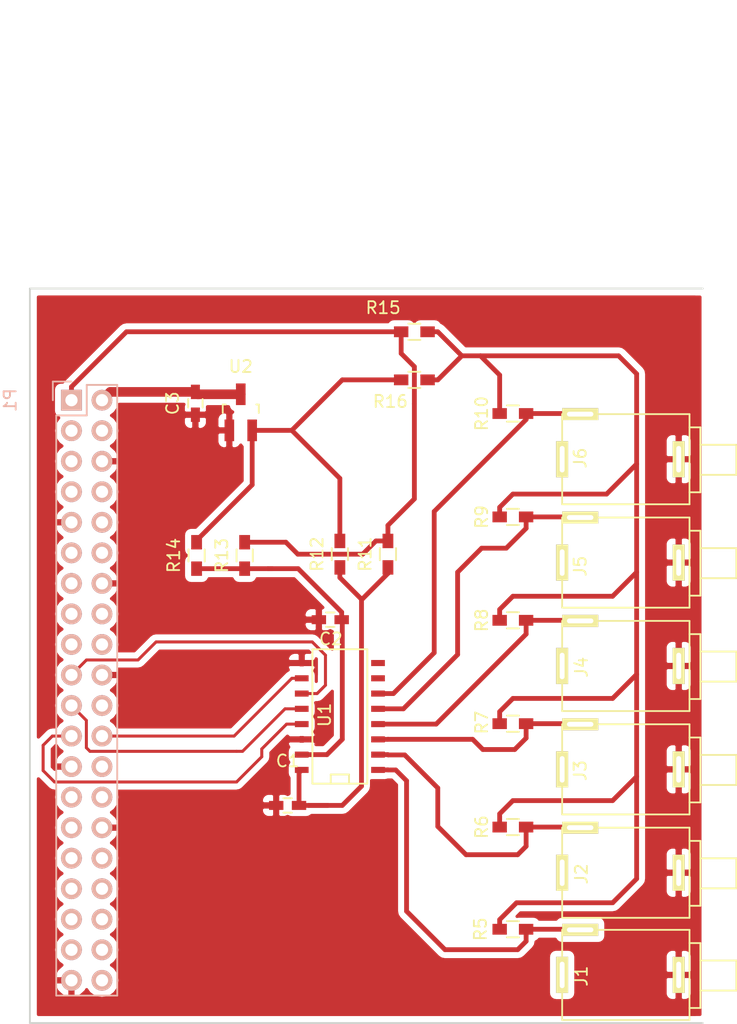
<source format=kicad_pcb>
(kicad_pcb (version 4) (host pcbnew 4.0.2-stable)

  (general
    (links 58)
    (no_connects 8)
    (area 187.424999 78.824999 243.575001 140.075001)
    (thickness 1.6)
    (drawings 8)
    (tracks 164)
    (zones 0)
    (modules 24)
    (nets 17)
  )

  (page A4)
  (layers
    (0 F.Cu signal)
    (31 B.Cu signal)
    (32 B.Adhes user)
    (33 F.Adhes user)
    (34 B.Paste user)
    (35 F.Paste user)
    (36 B.SilkS user)
    (37 F.SilkS user)
    (38 B.Mask user)
    (39 F.Mask user)
    (40 Dwgs.User user)
    (41 Cmts.User user)
    (42 Eco1.User user)
    (43 Eco2.User user)
    (44 Edge.Cuts user)
    (45 Margin user)
    (46 B.CrtYd user)
    (47 F.CrtYd user)
    (48 B.Fab user)
    (49 F.Fab user)
  )

  (setup
    (last_trace_width 0.25)
    (trace_clearance 0.2)
    (zone_clearance 0.508)
    (zone_45_only no)
    (trace_min 0.2)
    (segment_width 0.2)
    (edge_width 0.15)
    (via_size 0.6)
    (via_drill 0.4)
    (via_min_size 0.4)
    (via_min_drill 0.3)
    (uvia_size 0.3)
    (uvia_drill 0.1)
    (uvias_allowed no)
    (uvia_min_size 0.2)
    (uvia_min_drill 0.1)
    (pcb_text_width 0.3)
    (pcb_text_size 1.5 1.5)
    (mod_edge_width 0.15)
    (mod_text_size 1 1)
    (mod_text_width 0.15)
    (pad_size 1.524 1.524)
    (pad_drill 0.762)
    (pad_to_mask_clearance 0.2)
    (aux_axis_origin 0 0)
    (visible_elements FFFFFF7F)
    (pcbplotparams
      (layerselection 0x00030_80000001)
      (usegerberextensions false)
      (excludeedgelayer true)
      (linewidth 0.100000)
      (plotframeref false)
      (viasonmask false)
      (mode 1)
      (useauxorigin false)
      (hpglpennumber 1)
      (hpglpenspeed 20)
      (hpglpendiameter 15)
      (hpglpenoverlay 2)
      (psnegative false)
      (psa4output false)
      (plotreference true)
      (plotvalue true)
      (plotinvisibletext false)
      (padsonsilk false)
      (subtractmaskfromsilk false)
      (outputformat 1)
      (mirror false)
      (drillshape 1)
      (scaleselection 1)
      (outputdirectory ""))
  )

  (net 0 "")
  (net 1 +3V3)
  (net 2 GND)
  (net 3 /CH0)
  (net 4 /CH1)
  (net 5 /CH2)
  (net 6 /CH3)
  (net 7 /CH4)
  (net 8 /CH5)
  (net 9 +5V)
  (net 10 /MOSI)
  (net 11 /MISO)
  (net 12 /SPI_CLK)
  (net 13 /CS)
  (net 14 "Net-(C1-Pad2)")
  (net 15 "Net-(C2-Pad1)")
  (net 16 "Net-(R10-Pad1)")

  (net_class Default "Dies ist die voreingestellte Netzklasse."
    (clearance 0.2)
    (trace_width 0.25)
    (via_dia 0.6)
    (via_drill 0.4)
    (uvia_dia 0.3)
    (uvia_drill 0.1)
    (add_net +3V3)
    (add_net +5V)
    (add_net /CH0)
    (add_net /CH1)
    (add_net /CH2)
    (add_net /CH3)
    (add_net /CH4)
    (add_net /CH5)
    (add_net /CS)
    (add_net /MISO)
    (add_net /MOSI)
    (add_net /SPI_CLK)
    (add_net GND)
    (add_net "Net-(C1-Pad2)")
    (add_net "Net-(C2-Pad1)")
    (add_net "Net-(R10-Pad1)")
  )

  (module Custom_footprints:mono_jack (layer F.Cu) (tedit 5765F226) (tstamp 5765F34B)
    (at 242.5 96.95 90)
    (path /57662FA5)
    (fp_text reference J6 (at 3.95 -9.2 90) (layer F.SilkS)
      (effects (font (size 1 1) (thickness 0.15)))
    )
    (fp_text value JACK_2P (at 4 -12.4 90) (layer F.Fab)
      (effects (font (size 1 1) (thickness 0.15)))
    )
    (fp_line (start 2.55 3.8) (end 5.05 3.8) (layer F.SilkS) (width 0.15))
    (fp_line (start 5.05 0.8) (end 5.05 3.8) (layer F.SilkS) (width 0.15))
    (fp_line (start 2.55 3.8) (end 2.55 0.8) (layer F.SilkS) (width 0.15))
    (fp_line (start 6.5 0.8) (end 1.1 0.8) (layer F.SilkS) (width 0.15))
    (fp_line (start 6.5 -0.1) (end 6.5 0.8) (layer F.SilkS) (width 0.15))
    (fp_line (start 1.1 -0.1) (end 1.1 0.8) (layer F.SilkS) (width 0.15))
    (fp_line (start 0.1 -10.7) (end 0.1 -0.1) (layer F.SilkS) (width 0.15))
    (fp_line (start 7.6 -10.7) (end 0.1 -10.7) (layer F.SilkS) (width 0.15))
    (fp_line (start 7.6 -0.1) (end 7.6 -10.7) (layer F.SilkS) (width 0.15))
    (fp_line (start 0.1 -0.1) (end 7.6 -0.1) (layer F.SilkS) (width 0.15))
    (pad 2 thru_hole rect (at 3.85 -10.7 90) (size 3 1) (drill oval 2.2 0.4) (layers *.Cu *.Mask F.SilkS))
    (pad 3 thru_hole rect (at 7.6 -9.2 180) (size 3 1) (drill oval 2.2 0.4) (layers *.Cu *.Mask F.SilkS)
      (net 8 /CH5))
    (pad 1 thru_hole rect (at 3.85 -1 90) (size 3 1) (drill oval 2.2 0.4) (layers *.Cu *.Mask F.SilkS)
      (net 2 GND))
  )

  (module Socket_Strips:Socket_Strip_Straight_2x20 (layer B.Cu) (tedit 0) (tstamp 57648933)
    (at 190.96 88.19 270)
    (descr "Through hole socket strip")
    (tags "socket strip")
    (path /576415E7)
    (fp_text reference P1 (at 0 5.1 270) (layer B.SilkS)
      (effects (font (size 1 1) (thickness 0.15)) (justify mirror))
    )
    (fp_text value "Rasperry Pi GPIO" (at 0 3.1 270) (layer B.Fab)
      (effects (font (size 1 1) (thickness 0.15)) (justify mirror))
    )
    (fp_line (start -1.75 1.75) (end -1.75 -4.3) (layer B.CrtYd) (width 0.05))
    (fp_line (start 50.05 1.75) (end 50.05 -4.3) (layer B.CrtYd) (width 0.05))
    (fp_line (start -1.75 1.75) (end 50.05 1.75) (layer B.CrtYd) (width 0.05))
    (fp_line (start -1.75 -4.3) (end 50.05 -4.3) (layer B.CrtYd) (width 0.05))
    (fp_line (start 49.53 -3.81) (end -1.27 -3.81) (layer B.SilkS) (width 0.15))
    (fp_line (start 1.27 1.27) (end 49.53 1.27) (layer B.SilkS) (width 0.15))
    (fp_line (start 49.53 -3.81) (end 49.53 1.27) (layer B.SilkS) (width 0.15))
    (fp_line (start -1.27 -3.81) (end -1.27 -1.27) (layer B.SilkS) (width 0.15))
    (fp_line (start 0 1.55) (end -1.55 1.55) (layer B.SilkS) (width 0.15))
    (fp_line (start -1.27 -1.27) (end 1.27 -1.27) (layer B.SilkS) (width 0.15))
    (fp_line (start 1.27 -1.27) (end 1.27 1.27) (layer B.SilkS) (width 0.15))
    (fp_line (start -1.55 1.55) (end -1.55 0) (layer B.SilkS) (width 0.15))
    (pad 1 thru_hole rect (at 0 0 270) (size 1.7272 1.7272) (drill 1.016) (layers *.Cu *.Mask B.SilkS)
      (net 1 +3V3))
    (pad 2 thru_hole oval (at 0 -2.54 270) (size 1.7272 1.7272) (drill 1.016) (layers *.Cu *.Mask B.SilkS)
      (net 9 +5V))
    (pad 3 thru_hole oval (at 2.54 0 270) (size 1.7272 1.7272) (drill 1.016) (layers *.Cu *.Mask B.SilkS))
    (pad 4 thru_hole oval (at 2.54 -2.54 270) (size 1.7272 1.7272) (drill 1.016) (layers *.Cu *.Mask B.SilkS)
      (net 9 +5V))
    (pad 5 thru_hole oval (at 5.08 0 270) (size 1.7272 1.7272) (drill 1.016) (layers *.Cu *.Mask B.SilkS))
    (pad 6 thru_hole oval (at 5.08 -2.54 270) (size 1.7272 1.7272) (drill 1.016) (layers *.Cu *.Mask B.SilkS)
      (net 2 GND))
    (pad 7 thru_hole oval (at 7.62 0 270) (size 1.7272 1.7272) (drill 1.016) (layers *.Cu *.Mask B.SilkS))
    (pad 8 thru_hole oval (at 7.62 -2.54 270) (size 1.7272 1.7272) (drill 1.016) (layers *.Cu *.Mask B.SilkS))
    (pad 9 thru_hole oval (at 10.16 0 270) (size 1.7272 1.7272) (drill 1.016) (layers *.Cu *.Mask B.SilkS)
      (net 2 GND))
    (pad 10 thru_hole oval (at 10.16 -2.54 270) (size 1.7272 1.7272) (drill 1.016) (layers *.Cu *.Mask B.SilkS))
    (pad 11 thru_hole oval (at 12.7 0 270) (size 1.7272 1.7272) (drill 1.016) (layers *.Cu *.Mask B.SilkS))
    (pad 12 thru_hole oval (at 12.7 -2.54 270) (size 1.7272 1.7272) (drill 1.016) (layers *.Cu *.Mask B.SilkS))
    (pad 13 thru_hole oval (at 15.24 0 270) (size 1.7272 1.7272) (drill 1.016) (layers *.Cu *.Mask B.SilkS))
    (pad 14 thru_hole oval (at 15.24 -2.54 270) (size 1.7272 1.7272) (drill 1.016) (layers *.Cu *.Mask B.SilkS)
      (net 2 GND))
    (pad 15 thru_hole oval (at 17.78 0 270) (size 1.7272 1.7272) (drill 1.016) (layers *.Cu *.Mask B.SilkS))
    (pad 16 thru_hole oval (at 17.78 -2.54 270) (size 1.7272 1.7272) (drill 1.016) (layers *.Cu *.Mask B.SilkS))
    (pad 17 thru_hole oval (at 20.32 0 270) (size 1.7272 1.7272) (drill 1.016) (layers *.Cu *.Mask B.SilkS)
      (net 1 +3V3))
    (pad 18 thru_hole oval (at 20.32 -2.54 270) (size 1.7272 1.7272) (drill 1.016) (layers *.Cu *.Mask B.SilkS))
    (pad 19 thru_hole oval (at 22.86 0 270) (size 1.7272 1.7272) (drill 1.016) (layers *.Cu *.Mask B.SilkS)
      (net 10 /MOSI))
    (pad 20 thru_hole oval (at 22.86 -2.54 270) (size 1.7272 1.7272) (drill 1.016) (layers *.Cu *.Mask B.SilkS)
      (net 2 GND))
    (pad 21 thru_hole oval (at 25.4 0 270) (size 1.7272 1.7272) (drill 1.016) (layers *.Cu *.Mask B.SilkS)
      (net 11 /MISO))
    (pad 22 thru_hole oval (at 25.4 -2.54 270) (size 1.7272 1.7272) (drill 1.016) (layers *.Cu *.Mask B.SilkS))
    (pad 23 thru_hole oval (at 27.94 0 270) (size 1.7272 1.7272) (drill 1.016) (layers *.Cu *.Mask B.SilkS)
      (net 12 /SPI_CLK))
    (pad 24 thru_hole oval (at 27.94 -2.54 270) (size 1.7272 1.7272) (drill 1.016) (layers *.Cu *.Mask B.SilkS)
      (net 13 /CS))
    (pad 25 thru_hole oval (at 30.48 0 270) (size 1.7272 1.7272) (drill 1.016) (layers *.Cu *.Mask B.SilkS)
      (net 2 GND))
    (pad 26 thru_hole oval (at 30.48 -2.54 270) (size 1.7272 1.7272) (drill 1.016) (layers *.Cu *.Mask B.SilkS))
    (pad 27 thru_hole oval (at 33.02 0 270) (size 1.7272 1.7272) (drill 1.016) (layers *.Cu *.Mask B.SilkS))
    (pad 28 thru_hole oval (at 33.02 -2.54 270) (size 1.7272 1.7272) (drill 1.016) (layers *.Cu *.Mask B.SilkS))
    (pad 29 thru_hole oval (at 35.56 0 270) (size 1.7272 1.7272) (drill 1.016) (layers *.Cu *.Mask B.SilkS))
    (pad 30 thru_hole oval (at 35.56 -2.54 270) (size 1.7272 1.7272) (drill 1.016) (layers *.Cu *.Mask B.SilkS)
      (net 2 GND))
    (pad 31 thru_hole oval (at 38.1 0 270) (size 1.7272 1.7272) (drill 1.016) (layers *.Cu *.Mask B.SilkS))
    (pad 32 thru_hole oval (at 38.1 -2.54 270) (size 1.7272 1.7272) (drill 1.016) (layers *.Cu *.Mask B.SilkS))
    (pad 33 thru_hole oval (at 40.64 0 270) (size 1.7272 1.7272) (drill 1.016) (layers *.Cu *.Mask B.SilkS))
    (pad 34 thru_hole oval (at 40.64 -2.54 270) (size 1.7272 1.7272) (drill 1.016) (layers *.Cu *.Mask B.SilkS))
    (pad 35 thru_hole oval (at 43.18 0 270) (size 1.7272 1.7272) (drill 1.016) (layers *.Cu *.Mask B.SilkS))
    (pad 36 thru_hole oval (at 43.18 -2.54 270) (size 1.7272 1.7272) (drill 1.016) (layers *.Cu *.Mask B.SilkS))
    (pad 37 thru_hole oval (at 45.72 0 270) (size 1.7272 1.7272) (drill 1.016) (layers *.Cu *.Mask B.SilkS))
    (pad 38 thru_hole oval (at 45.72 -2.54 270) (size 1.7272 1.7272) (drill 1.016) (layers *.Cu *.Mask B.SilkS))
    (pad 39 thru_hole oval (at 48.26 0 270) (size 1.7272 1.7272) (drill 1.016) (layers *.Cu *.Mask B.SilkS)
      (net 2 GND))
    (pad 40 thru_hole oval (at 48.26 -2.54 270) (size 1.7272 1.7272) (drill 1.016) (layers *.Cu *.Mask B.SilkS))
    (model Socket_Strips.3dshapes/Socket_Strip_Straight_2x20.wrl
      (at (xyz 0.95 -0.05 0))
      (scale (xyz 1 1 1))
      (rotate (xyz 0 0 180))
    )
  )

  (module SMD_Packages:SO-16-N (layer F.Cu) (tedit 0) (tstamp 5764896B)
    (at 213.3 114.5 90)
    (descr "Module CMS SOJ 16 pins large")
    (tags "CMS SOJ")
    (path /57641B69)
    (attr smd)
    (fp_text reference U1 (at 0.127 -1.27 90) (layer F.SilkS)
      (effects (font (size 1 1) (thickness 0.15)))
    )
    (fp_text value MCP3208 (at 0 1.27 90) (layer F.Fab)
      (effects (font (size 1 1) (thickness 0.15)))
    )
    (fp_line (start -5.588 -0.762) (end -4.826 -0.762) (layer F.SilkS) (width 0.15))
    (fp_line (start -4.826 -0.762) (end -4.826 0.762) (layer F.SilkS) (width 0.15))
    (fp_line (start -4.826 0.762) (end -5.588 0.762) (layer F.SilkS) (width 0.15))
    (fp_line (start 5.588 -2.286) (end 5.588 2.286) (layer F.SilkS) (width 0.15))
    (fp_line (start 5.588 2.286) (end -5.588 2.286) (layer F.SilkS) (width 0.15))
    (fp_line (start -5.588 2.286) (end -5.588 -2.286) (layer F.SilkS) (width 0.15))
    (fp_line (start -5.588 -2.286) (end 5.588 -2.286) (layer F.SilkS) (width 0.15))
    (pad 16 smd rect (at -4.445 -3.175 90) (size 0.508 1.143) (layers F.Cu F.Paste F.Mask)
      (net 14 "Net-(C1-Pad2)"))
    (pad 14 smd rect (at -1.905 -3.175 90) (size 0.508 1.143) (layers F.Cu F.Paste F.Mask)
      (net 2 GND))
    (pad 13 smd rect (at -0.635 -3.175 90) (size 0.508 1.143) (layers F.Cu F.Paste F.Mask)
      (net 12 /SPI_CLK))
    (pad 12 smd rect (at 0.635 -3.175 90) (size 0.508 1.143) (layers F.Cu F.Paste F.Mask)
      (net 11 /MISO))
    (pad 11 smd rect (at 1.905 -3.175 90) (size 0.508 1.143) (layers F.Cu F.Paste F.Mask)
      (net 10 /MOSI))
    (pad 10 smd rect (at 3.175 -3.175 90) (size 0.508 1.143) (layers F.Cu F.Paste F.Mask)
      (net 13 /CS))
    (pad 9 smd rect (at 4.445 -3.175 90) (size 0.508 1.143) (layers F.Cu F.Paste F.Mask)
      (net 2 GND))
    (pad 8 smd rect (at 4.445 3.175 90) (size 0.508 1.143) (layers F.Cu F.Paste F.Mask))
    (pad 7 smd rect (at 3.175 3.175 90) (size 0.508 1.143) (layers F.Cu F.Paste F.Mask))
    (pad 6 smd rect (at 1.905 3.175 90) (size 0.508 1.143) (layers F.Cu F.Paste F.Mask)
      (net 8 /CH5))
    (pad 5 smd rect (at 0.635 3.175 90) (size 0.508 1.143) (layers F.Cu F.Paste F.Mask)
      (net 7 /CH4))
    (pad 4 smd rect (at -0.635 3.175 90) (size 0.508 1.143) (layers F.Cu F.Paste F.Mask)
      (net 6 /CH3))
    (pad 3 smd rect (at -1.905 3.175 90) (size 0.508 1.143) (layers F.Cu F.Paste F.Mask)
      (net 5 /CH2))
    (pad 2 smd rect (at -3.175 3.175 90) (size 0.508 1.143) (layers F.Cu F.Paste F.Mask)
      (net 4 /CH1))
    (pad 1 smd rect (at -4.445 3.175 90) (size 0.508 1.143) (layers F.Cu F.Paste F.Mask)
      (net 3 /CH0))
    (pad 15 smd rect (at -3.175 -3.175 90) (size 0.508 1.143) (layers F.Cu F.Paste F.Mask)
      (net 15 "Net-(C2-Pad1)"))
    (model SMD_Packages.3dshapes/SO-16-N.wrl
      (at (xyz 0 0 0))
      (scale (xyz 0.5 0.4 0.5))
      (rotate (xyz 0 0 0))
    )
  )

  (module Resistors_SMD:R_0603_HandSoldering (layer F.Cu) (tedit 5418A00F) (tstamp 5765E9EC)
    (at 227.7 132.2)
    (descr "Resistor SMD 0603, hand soldering")
    (tags "resistor 0603")
    (path /576624F1)
    (attr smd)
    (fp_text reference R5 (at -2.7 0 90) (layer F.SilkS)
      (effects (font (size 1 1) (thickness 0.15)))
    )
    (fp_text value 10k (at -0.1 1.4 180) (layer F.Fab)
      (effects (font (size 1 1) (thickness 0.15)))
    )
    (fp_line (start -2 -0.8) (end 2 -0.8) (layer F.CrtYd) (width 0.05))
    (fp_line (start -2 0.8) (end 2 0.8) (layer F.CrtYd) (width 0.05))
    (fp_line (start -2 -0.8) (end -2 0.8) (layer F.CrtYd) (width 0.05))
    (fp_line (start 2 -0.8) (end 2 0.8) (layer F.CrtYd) (width 0.05))
    (fp_line (start 0.5 0.675) (end -0.5 0.675) (layer F.SilkS) (width 0.15))
    (fp_line (start -0.5 -0.675) (end 0.5 -0.675) (layer F.SilkS) (width 0.15))
    (pad 1 smd rect (at -1.1 0) (size 1.2 0.9) (layers F.Cu F.Paste F.Mask)
      (net 16 "Net-(R10-Pad1)"))
    (pad 2 smd rect (at 1.1 0) (size 1.2 0.9) (layers F.Cu F.Paste F.Mask)
      (net 3 /CH0))
    (model Resistors_SMD.3dshapes/R_0603_HandSoldering.wrl
      (at (xyz 0 0 0))
      (scale (xyz 1 1 1))
      (rotate (xyz 0 0 0))
    )
  )

  (module Resistors_SMD:R_0603_HandSoldering (layer F.Cu) (tedit 5418A00F) (tstamp 5765E9F2)
    (at 227.7 123.7)
    (descr "Resistor SMD 0603, hand soldering")
    (tags "resistor 0603")
    (path /576604B8)
    (attr smd)
    (fp_text reference R6 (at -2.6 0 90) (layer F.SilkS)
      (effects (font (size 1 1) (thickness 0.15)))
    )
    (fp_text value 10k (at 0 1.4) (layer F.Fab)
      (effects (font (size 1 1) (thickness 0.15)))
    )
    (fp_line (start -2 -0.8) (end 2 -0.8) (layer F.CrtYd) (width 0.05))
    (fp_line (start -2 0.8) (end 2 0.8) (layer F.CrtYd) (width 0.05))
    (fp_line (start -2 -0.8) (end -2 0.8) (layer F.CrtYd) (width 0.05))
    (fp_line (start 2 -0.8) (end 2 0.8) (layer F.CrtYd) (width 0.05))
    (fp_line (start 0.5 0.675) (end -0.5 0.675) (layer F.SilkS) (width 0.15))
    (fp_line (start -0.5 -0.675) (end 0.5 -0.675) (layer F.SilkS) (width 0.15))
    (pad 1 smd rect (at -1.1 0) (size 1.2 0.9) (layers F.Cu F.Paste F.Mask)
      (net 16 "Net-(R10-Pad1)"))
    (pad 2 smd rect (at 1.1 0) (size 1.2 0.9) (layers F.Cu F.Paste F.Mask)
      (net 4 /CH1))
    (model Resistors_SMD.3dshapes/R_0603_HandSoldering.wrl
      (at (xyz 0 0 0))
      (scale (xyz 1 1 1))
      (rotate (xyz 0 0 0))
    )
  )

  (module Resistors_SMD:R_0603_HandSoldering (layer F.Cu) (tedit 5418A00F) (tstamp 5765E9F8)
    (at 227.7 115.1)
    (descr "Resistor SMD 0603, hand soldering")
    (tags "resistor 0603")
    (path /57662A6B)
    (attr smd)
    (fp_text reference R7 (at -2.6 -0.1 90) (layer F.SilkS)
      (effects (font (size 1 1) (thickness 0.15)))
    )
    (fp_text value 10k (at 0 1.4) (layer F.Fab)
      (effects (font (size 1 1) (thickness 0.15)))
    )
    (fp_line (start -2 -0.8) (end 2 -0.8) (layer F.CrtYd) (width 0.05))
    (fp_line (start -2 0.8) (end 2 0.8) (layer F.CrtYd) (width 0.05))
    (fp_line (start -2 -0.8) (end -2 0.8) (layer F.CrtYd) (width 0.05))
    (fp_line (start 2 -0.8) (end 2 0.8) (layer F.CrtYd) (width 0.05))
    (fp_line (start 0.5 0.675) (end -0.5 0.675) (layer F.SilkS) (width 0.15))
    (fp_line (start -0.5 -0.675) (end 0.5 -0.675) (layer F.SilkS) (width 0.15))
    (pad 1 smd rect (at -1.1 0) (size 1.2 0.9) (layers F.Cu F.Paste F.Mask)
      (net 16 "Net-(R10-Pad1)"))
    (pad 2 smd rect (at 1.1 0) (size 1.2 0.9) (layers F.Cu F.Paste F.Mask)
      (net 5 /CH2))
    (model Resistors_SMD.3dshapes/R_0603_HandSoldering.wrl
      (at (xyz 0 0 0))
      (scale (xyz 1 1 1))
      (rotate (xyz 0 0 0))
    )
  )

  (module Resistors_SMD:R_0603_HandSoldering (layer F.Cu) (tedit 5418A00F) (tstamp 5765E9FE)
    (at 227.7 106.5)
    (descr "Resistor SMD 0603, hand soldering")
    (tags "resistor 0603")
    (path /57662A4B)
    (attr smd)
    (fp_text reference R8 (at -2.6 0 90) (layer F.SilkS)
      (effects (font (size 1 1) (thickness 0.15)))
    )
    (fp_text value 10k (at 0 1.5) (layer F.Fab)
      (effects (font (size 1 1) (thickness 0.15)))
    )
    (fp_line (start -2 -0.8) (end 2 -0.8) (layer F.CrtYd) (width 0.05))
    (fp_line (start -2 0.8) (end 2 0.8) (layer F.CrtYd) (width 0.05))
    (fp_line (start -2 -0.8) (end -2 0.8) (layer F.CrtYd) (width 0.05))
    (fp_line (start 2 -0.8) (end 2 0.8) (layer F.CrtYd) (width 0.05))
    (fp_line (start 0.5 0.675) (end -0.5 0.675) (layer F.SilkS) (width 0.15))
    (fp_line (start -0.5 -0.675) (end 0.5 -0.675) (layer F.SilkS) (width 0.15))
    (pad 1 smd rect (at -1.1 0) (size 1.2 0.9) (layers F.Cu F.Paste F.Mask)
      (net 16 "Net-(R10-Pad1)"))
    (pad 2 smd rect (at 1.1 0) (size 1.2 0.9) (layers F.Cu F.Paste F.Mask)
      (net 6 /CH3))
    (model Resistors_SMD.3dshapes/R_0603_HandSoldering.wrl
      (at (xyz 0 0 0))
      (scale (xyz 1 1 1))
      (rotate (xyz 0 0 0))
    )
  )

  (module Resistors_SMD:R_0603_HandSoldering (layer F.Cu) (tedit 5418A00F) (tstamp 5765EA04)
    (at 227.7 97.9)
    (descr "Resistor SMD 0603, hand soldering")
    (tags "resistor 0603")
    (path /57662FD9)
    (attr smd)
    (fp_text reference R9 (at -2.6 0 90) (layer F.SilkS)
      (effects (font (size 1 1) (thickness 0.15)))
    )
    (fp_text value 10k (at 0 1.5) (layer F.Fab)
      (effects (font (size 1 1) (thickness 0.15)))
    )
    (fp_line (start -2 -0.8) (end 2 -0.8) (layer F.CrtYd) (width 0.05))
    (fp_line (start -2 0.8) (end 2 0.8) (layer F.CrtYd) (width 0.05))
    (fp_line (start -2 -0.8) (end -2 0.8) (layer F.CrtYd) (width 0.05))
    (fp_line (start 2 -0.8) (end 2 0.8) (layer F.CrtYd) (width 0.05))
    (fp_line (start 0.5 0.675) (end -0.5 0.675) (layer F.SilkS) (width 0.15))
    (fp_line (start -0.5 -0.675) (end 0.5 -0.675) (layer F.SilkS) (width 0.15))
    (pad 1 smd rect (at -1.1 0) (size 1.2 0.9) (layers F.Cu F.Paste F.Mask)
      (net 16 "Net-(R10-Pad1)"))
    (pad 2 smd rect (at 1.1 0) (size 1.2 0.9) (layers F.Cu F.Paste F.Mask)
      (net 7 /CH4))
    (model Resistors_SMD.3dshapes/R_0603_HandSoldering.wrl
      (at (xyz 0 0 0))
      (scale (xyz 1 1 1))
      (rotate (xyz 0 0 0))
    )
  )

  (module Resistors_SMD:R_0603_HandSoldering (layer F.Cu) (tedit 5418A00F) (tstamp 5765EA0A)
    (at 227.7 89.3)
    (descr "Resistor SMD 0603, hand soldering")
    (tags "resistor 0603")
    (path /57662FB9)
    (attr smd)
    (fp_text reference R10 (at -2.6 0 90) (layer F.SilkS)
      (effects (font (size 1 1) (thickness 0.15)))
    )
    (fp_text value 10k (at 0 1.5) (layer F.Fab)
      (effects (font (size 1 1) (thickness 0.15)))
    )
    (fp_line (start -2 -0.8) (end 2 -0.8) (layer F.CrtYd) (width 0.05))
    (fp_line (start -2 0.8) (end 2 0.8) (layer F.CrtYd) (width 0.05))
    (fp_line (start -2 -0.8) (end -2 0.8) (layer F.CrtYd) (width 0.05))
    (fp_line (start 2 -0.8) (end 2 0.8) (layer F.CrtYd) (width 0.05))
    (fp_line (start 0.5 0.675) (end -0.5 0.675) (layer F.SilkS) (width 0.15))
    (fp_line (start -0.5 -0.675) (end 0.5 -0.675) (layer F.SilkS) (width 0.15))
    (pad 1 smd rect (at -1.1 0) (size 1.2 0.9) (layers F.Cu F.Paste F.Mask)
      (net 16 "Net-(R10-Pad1)"))
    (pad 2 smd rect (at 1.1 0) (size 1.2 0.9) (layers F.Cu F.Paste F.Mask)
      (net 8 /CH5))
    (model Resistors_SMD.3dshapes/R_0603_HandSoldering.wrl
      (at (xyz 0 0 0))
      (scale (xyz 1 1 1))
      (rotate (xyz 0 0 0))
    )
  )

  (module Custom_footprints:mono_jack (layer F.Cu) (tedit 5765F226) (tstamp 5765F328)
    (at 242.5 139.85 90)
    (path /576624DD)
    (fp_text reference J1 (at 3.75 -9.1 90) (layer F.SilkS)
      (effects (font (size 1 1) (thickness 0.15)))
    )
    (fp_text value JACK_2P (at 4 -12.4 90) (layer F.Fab)
      (effects (font (size 1 1) (thickness 0.15)))
    )
    (fp_line (start 2.55 3.8) (end 5.05 3.8) (layer F.SilkS) (width 0.15))
    (fp_line (start 5.05 0.8) (end 5.05 3.8) (layer F.SilkS) (width 0.15))
    (fp_line (start 2.55 3.8) (end 2.55 0.8) (layer F.SilkS) (width 0.15))
    (fp_line (start 6.5 0.8) (end 1.1 0.8) (layer F.SilkS) (width 0.15))
    (fp_line (start 6.5 -0.1) (end 6.5 0.8) (layer F.SilkS) (width 0.15))
    (fp_line (start 1.1 -0.1) (end 1.1 0.8) (layer F.SilkS) (width 0.15))
    (fp_line (start 0.1 -10.7) (end 0.1 -0.1) (layer F.SilkS) (width 0.15))
    (fp_line (start 7.6 -10.7) (end 0.1 -10.7) (layer F.SilkS) (width 0.15))
    (fp_line (start 7.6 -0.1) (end 7.6 -10.7) (layer F.SilkS) (width 0.15))
    (fp_line (start 0.1 -0.1) (end 7.6 -0.1) (layer F.SilkS) (width 0.15))
    (pad 2 thru_hole rect (at 3.85 -10.7 90) (size 3 1) (drill oval 2.2 0.4) (layers *.Cu *.Mask F.SilkS))
    (pad 3 thru_hole rect (at 7.6 -9.2 180) (size 3 1) (drill oval 2.2 0.4) (layers *.Cu *.Mask F.SilkS)
      (net 3 /CH0))
    (pad 1 thru_hole rect (at 3.85 -1 90) (size 3 1) (drill oval 2.2 0.4) (layers *.Cu *.Mask F.SilkS)
      (net 2 GND))
  )

  (module Custom_footprints:mono_jack (layer F.Cu) (tedit 5765F226) (tstamp 5765F32F)
    (at 242.5 131.35 90)
    (path /5765F9A4)
    (fp_text reference J2 (at 3.75 -9.1 90) (layer F.SilkS)
      (effects (font (size 1 1) (thickness 0.15)))
    )
    (fp_text value JACK_2P (at 4 -12.4 90) (layer F.Fab)
      (effects (font (size 1 1) (thickness 0.15)))
    )
    (fp_line (start 2.55 3.8) (end 5.05 3.8) (layer F.SilkS) (width 0.15))
    (fp_line (start 5.05 0.8) (end 5.05 3.8) (layer F.SilkS) (width 0.15))
    (fp_line (start 2.55 3.8) (end 2.55 0.8) (layer F.SilkS) (width 0.15))
    (fp_line (start 6.5 0.8) (end 1.1 0.8) (layer F.SilkS) (width 0.15))
    (fp_line (start 6.5 -0.1) (end 6.5 0.8) (layer F.SilkS) (width 0.15))
    (fp_line (start 1.1 -0.1) (end 1.1 0.8) (layer F.SilkS) (width 0.15))
    (fp_line (start 0.1 -10.7) (end 0.1 -0.1) (layer F.SilkS) (width 0.15))
    (fp_line (start 7.6 -10.7) (end 0.1 -10.7) (layer F.SilkS) (width 0.15))
    (fp_line (start 7.6 -0.1) (end 7.6 -10.7) (layer F.SilkS) (width 0.15))
    (fp_line (start 0.1 -0.1) (end 7.6 -0.1) (layer F.SilkS) (width 0.15))
    (pad 2 thru_hole rect (at 3.85 -10.7 90) (size 3 1) (drill oval 2.2 0.4) (layers *.Cu *.Mask F.SilkS))
    (pad 3 thru_hole rect (at 7.6 -9.2 180) (size 3 1) (drill oval 2.2 0.4) (layers *.Cu *.Mask F.SilkS)
      (net 4 /CH1))
    (pad 1 thru_hole rect (at 3.85 -1 90) (size 3 1) (drill oval 2.2 0.4) (layers *.Cu *.Mask F.SilkS)
      (net 2 GND))
  )

  (module Custom_footprints:mono_jack (layer F.Cu) (tedit 5765F226) (tstamp 5765F336)
    (at 242.5 122.75 90)
    (path /57662A57)
    (fp_text reference J3 (at 3.75 -9.2 90) (layer F.SilkS)
      (effects (font (size 1 1) (thickness 0.15)))
    )
    (fp_text value JACK_2P (at 4 -12.4 90) (layer F.Fab)
      (effects (font (size 1 1) (thickness 0.15)))
    )
    (fp_line (start 2.55 3.8) (end 5.05 3.8) (layer F.SilkS) (width 0.15))
    (fp_line (start 5.05 0.8) (end 5.05 3.8) (layer F.SilkS) (width 0.15))
    (fp_line (start 2.55 3.8) (end 2.55 0.8) (layer F.SilkS) (width 0.15))
    (fp_line (start 6.5 0.8) (end 1.1 0.8) (layer F.SilkS) (width 0.15))
    (fp_line (start 6.5 -0.1) (end 6.5 0.8) (layer F.SilkS) (width 0.15))
    (fp_line (start 1.1 -0.1) (end 1.1 0.8) (layer F.SilkS) (width 0.15))
    (fp_line (start 0.1 -10.7) (end 0.1 -0.1) (layer F.SilkS) (width 0.15))
    (fp_line (start 7.6 -10.7) (end 0.1 -10.7) (layer F.SilkS) (width 0.15))
    (fp_line (start 7.6 -0.1) (end 7.6 -10.7) (layer F.SilkS) (width 0.15))
    (fp_line (start 0.1 -0.1) (end 7.6 -0.1) (layer F.SilkS) (width 0.15))
    (pad 2 thru_hole rect (at 3.85 -10.7 90) (size 3 1) (drill oval 2.2 0.4) (layers *.Cu *.Mask F.SilkS))
    (pad 3 thru_hole rect (at 7.6 -9.2 180) (size 3 1) (drill oval 2.2 0.4) (layers *.Cu *.Mask F.SilkS)
      (net 5 /CH2))
    (pad 1 thru_hole rect (at 3.85 -1 90) (size 3 1) (drill oval 2.2 0.4) (layers *.Cu *.Mask F.SilkS)
      (net 2 GND))
  )

  (module Custom_footprints:mono_jack (layer F.Cu) (tedit 5765F226) (tstamp 5765F33D)
    (at 242.5 114.15 90)
    (path /57662A37)
    (fp_text reference J4 (at 3.75 -9.1 90) (layer F.SilkS)
      (effects (font (size 1 1) (thickness 0.15)))
    )
    (fp_text value JACK_2P (at 4 -12.4 90) (layer F.Fab)
      (effects (font (size 1 1) (thickness 0.15)))
    )
    (fp_line (start 2.55 3.8) (end 5.05 3.8) (layer F.SilkS) (width 0.15))
    (fp_line (start 5.05 0.8) (end 5.05 3.8) (layer F.SilkS) (width 0.15))
    (fp_line (start 2.55 3.8) (end 2.55 0.8) (layer F.SilkS) (width 0.15))
    (fp_line (start 6.5 0.8) (end 1.1 0.8) (layer F.SilkS) (width 0.15))
    (fp_line (start 6.5 -0.1) (end 6.5 0.8) (layer F.SilkS) (width 0.15))
    (fp_line (start 1.1 -0.1) (end 1.1 0.8) (layer F.SilkS) (width 0.15))
    (fp_line (start 0.1 -10.7) (end 0.1 -0.1) (layer F.SilkS) (width 0.15))
    (fp_line (start 7.6 -10.7) (end 0.1 -10.7) (layer F.SilkS) (width 0.15))
    (fp_line (start 7.6 -0.1) (end 7.6 -10.7) (layer F.SilkS) (width 0.15))
    (fp_line (start 0.1 -0.1) (end 7.6 -0.1) (layer F.SilkS) (width 0.15))
    (pad 2 thru_hole rect (at 3.85 -10.7 90) (size 3 1) (drill oval 2.2 0.4) (layers *.Cu *.Mask F.SilkS))
    (pad 3 thru_hole rect (at 7.6 -9.2 180) (size 3 1) (drill oval 2.2 0.4) (layers *.Cu *.Mask F.SilkS)
      (net 6 /CH3))
    (pad 1 thru_hole rect (at 3.85 -1 90) (size 3 1) (drill oval 2.2 0.4) (layers *.Cu *.Mask F.SilkS)
      (net 2 GND))
  )

  (module Custom_footprints:mono_jack (layer F.Cu) (tedit 5765F226) (tstamp 5765F344)
    (at 242.5 105.55 90)
    (path /57662FC5)
    (fp_text reference J5 (at 3.55 -9.2 90) (layer F.SilkS)
      (effects (font (size 1 1) (thickness 0.15)))
    )
    (fp_text value JACK_2P (at 4 -12.4 90) (layer F.Fab)
      (effects (font (size 1 1) (thickness 0.15)))
    )
    (fp_line (start 2.55 3.8) (end 5.05 3.8) (layer F.SilkS) (width 0.15))
    (fp_line (start 5.05 0.8) (end 5.05 3.8) (layer F.SilkS) (width 0.15))
    (fp_line (start 2.55 3.8) (end 2.55 0.8) (layer F.SilkS) (width 0.15))
    (fp_line (start 6.5 0.8) (end 1.1 0.8) (layer F.SilkS) (width 0.15))
    (fp_line (start 6.5 -0.1) (end 6.5 0.8) (layer F.SilkS) (width 0.15))
    (fp_line (start 1.1 -0.1) (end 1.1 0.8) (layer F.SilkS) (width 0.15))
    (fp_line (start 0.1 -10.7) (end 0.1 -0.1) (layer F.SilkS) (width 0.15))
    (fp_line (start 7.6 -10.7) (end 0.1 -10.7) (layer F.SilkS) (width 0.15))
    (fp_line (start 7.6 -0.1) (end 7.6 -10.7) (layer F.SilkS) (width 0.15))
    (fp_line (start 0.1 -0.1) (end 7.6 -0.1) (layer F.SilkS) (width 0.15))
    (pad 2 thru_hole rect (at 3.85 -10.7 90) (size 3 1) (drill oval 2.2 0.4) (layers *.Cu *.Mask F.SilkS))
    (pad 3 thru_hole rect (at 7.6 -9.2 180) (size 3 1) (drill oval 2.2 0.4) (layers *.Cu *.Mask F.SilkS)
      (net 7 /CH4))
    (pad 1 thru_hole rect (at 3.85 -1 90) (size 3 1) (drill oval 2.2 0.4) (layers *.Cu *.Mask F.SilkS)
      (net 2 GND))
  )

  (module Capacitors_SMD:C_0603_HandSoldering (layer F.Cu) (tedit 541A9B4D) (tstamp 576823D9)
    (at 208.95 121.9)
    (descr "Capacitor SMD 0603, hand soldering")
    (tags "capacitor 0603")
    (path /57687FD7)
    (attr smd)
    (fp_text reference C1 (at 0 -3.7) (layer F.SilkS)
      (effects (font (size 1 1) (thickness 0.15)))
    )
    (fp_text value 100nF (at 0 3) (layer F.Fab)
      (effects (font (size 1 1) (thickness 0.15)))
    )
    (fp_line (start -1.85 -0.75) (end 1.85 -0.75) (layer F.CrtYd) (width 0.05))
    (fp_line (start -1.85 0.75) (end 1.85 0.75) (layer F.CrtYd) (width 0.05))
    (fp_line (start -1.85 -0.75) (end -1.85 0.75) (layer F.CrtYd) (width 0.05))
    (fp_line (start 1.85 -0.75) (end 1.85 0.75) (layer F.CrtYd) (width 0.05))
    (fp_line (start -0.35 -0.6) (end 0.35 -0.6) (layer F.SilkS) (width 0.15))
    (fp_line (start 0.35 0.6) (end -0.35 0.6) (layer F.SilkS) (width 0.15))
    (pad 1 smd rect (at -0.95 0) (size 1.2 0.75) (layers F.Cu F.Paste F.Mask)
      (net 2 GND))
    (pad 2 smd rect (at 0.95 0) (size 1.2 0.75) (layers F.Cu F.Paste F.Mask)
      (net 14 "Net-(C1-Pad2)"))
    (model Capacitors_SMD.3dshapes/C_0603_HandSoldering.wrl
      (at (xyz 0 0 0))
      (scale (xyz 1 1 1))
      (rotate (xyz 0 0 0))
    )
  )

  (module Capacitors_SMD:C_0603_HandSoldering (layer F.Cu) (tedit 541A9B4D) (tstamp 576823DF)
    (at 212.5 106.45 180)
    (descr "Capacitor SMD 0603, hand soldering")
    (tags "capacitor 0603")
    (path /5768BF26)
    (attr smd)
    (fp_text reference C2 (at -0.05 -1.6 180) (layer F.SilkS)
      (effects (font (size 1 1) (thickness 0.15)))
    )
    (fp_text value 100nF (at -0.25 1.5 180) (layer F.Fab)
      (effects (font (size 1 1) (thickness 0.15)))
    )
    (fp_line (start -1.85 -0.75) (end 1.85 -0.75) (layer F.CrtYd) (width 0.05))
    (fp_line (start -1.85 0.75) (end 1.85 0.75) (layer F.CrtYd) (width 0.05))
    (fp_line (start -1.85 -0.75) (end -1.85 0.75) (layer F.CrtYd) (width 0.05))
    (fp_line (start 1.85 -0.75) (end 1.85 0.75) (layer F.CrtYd) (width 0.05))
    (fp_line (start -0.35 -0.6) (end 0.35 -0.6) (layer F.SilkS) (width 0.15))
    (fp_line (start 0.35 0.6) (end -0.35 0.6) (layer F.SilkS) (width 0.15))
    (pad 1 smd rect (at -0.95 0 180) (size 1.2 0.75) (layers F.Cu F.Paste F.Mask)
      (net 15 "Net-(C2-Pad1)"))
    (pad 2 smd rect (at 0.95 0 180) (size 1.2 0.75) (layers F.Cu F.Paste F.Mask)
      (net 2 GND))
    (model Capacitors_SMD.3dshapes/C_0603_HandSoldering.wrl
      (at (xyz 0 0 0))
      (scale (xyz 1 1 1))
      (rotate (xyz 0 0 0))
    )
  )

  (module Resistors_SMD:R_0603_HandSoldering (layer F.Cu) (tedit 5418A00F) (tstamp 576823E5)
    (at 217.3 101 90)
    (descr "Resistor SMD 0603, hand soldering")
    (tags "resistor 0603")
    (path /57684196)
    (attr smd)
    (fp_text reference R11 (at 0 -1.9 90) (layer F.SilkS)
      (effects (font (size 1 1) (thickness 0.15)))
    )
    (fp_text value 0R (at 0 1.9 90) (layer F.Fab)
      (effects (font (size 1 1) (thickness 0.15)))
    )
    (fp_line (start -2 -0.8) (end 2 -0.8) (layer F.CrtYd) (width 0.05))
    (fp_line (start -2 0.8) (end 2 0.8) (layer F.CrtYd) (width 0.05))
    (fp_line (start -2 -0.8) (end -2 0.8) (layer F.CrtYd) (width 0.05))
    (fp_line (start 2 -0.8) (end 2 0.8) (layer F.CrtYd) (width 0.05))
    (fp_line (start 0.5 0.675) (end -0.5 0.675) (layer F.SilkS) (width 0.15))
    (fp_line (start -0.5 -0.675) (end 0.5 -0.675) (layer F.SilkS) (width 0.15))
    (pad 1 smd rect (at -1.1 0 90) (size 1.2 0.9) (layers F.Cu F.Paste F.Mask)
      (net 14 "Net-(C1-Pad2)"))
    (pad 2 smd rect (at 1.1 0 90) (size 1.2 0.9) (layers F.Cu F.Paste F.Mask)
      (net 1 +3V3))
    (model Resistors_SMD.3dshapes/R_0603_HandSoldering.wrl
      (at (xyz 0 0 0))
      (scale (xyz 1 1 1))
      (rotate (xyz 0 0 0))
    )
  )

  (module Resistors_SMD:R_0603_HandSoldering (layer F.Cu) (tedit 5418A00F) (tstamp 576823EB)
    (at 213.3 101 90)
    (descr "Resistor SMD 0603, hand soldering")
    (tags "resistor 0603")
    (path /5768401E)
    (attr smd)
    (fp_text reference R12 (at 0 -1.9 90) (layer F.SilkS)
      (effects (font (size 1 1) (thickness 0.15)))
    )
    (fp_text value 0R (at 0 1.9 90) (layer F.Fab)
      (effects (font (size 1 1) (thickness 0.15)))
    )
    (fp_line (start -2 -0.8) (end 2 -0.8) (layer F.CrtYd) (width 0.05))
    (fp_line (start -2 0.8) (end 2 0.8) (layer F.CrtYd) (width 0.05))
    (fp_line (start -2 -0.8) (end -2 0.8) (layer F.CrtYd) (width 0.05))
    (fp_line (start 2 -0.8) (end 2 0.8) (layer F.CrtYd) (width 0.05))
    (fp_line (start 0.5 0.675) (end -0.5 0.675) (layer F.SilkS) (width 0.15))
    (fp_line (start -0.5 -0.675) (end 0.5 -0.675) (layer F.SilkS) (width 0.15))
    (pad 1 smd rect (at -1.1 0 90) (size 1.2 0.9) (layers F.Cu F.Paste F.Mask)
      (net 14 "Net-(C1-Pad2)"))
    (pad 2 smd rect (at 1.1 0 90) (size 1.2 0.9) (layers F.Cu F.Paste F.Mask)
      (net 1 +3V3))
    (model Resistors_SMD.3dshapes/R_0603_HandSoldering.wrl
      (at (xyz 0 0 0))
      (scale (xyz 1 1 1))
      (rotate (xyz 0 0 0))
    )
  )

  (module Resistors_SMD:R_0603_HandSoldering (layer F.Cu) (tedit 5418A00F) (tstamp 576823F1)
    (at 205.374389 101.105119 90)
    (descr "Resistor SMD 0603, hand soldering")
    (tags "resistor 0603")
    (path /5768BADE)
    (attr smd)
    (fp_text reference R13 (at 0 -1.9 90) (layer F.SilkS)
      (effects (font (size 1 1) (thickness 0.15)))
    )
    (fp_text value 0R (at 0 1.9 90) (layer F.Fab)
      (effects (font (size 1 1) (thickness 0.15)))
    )
    (fp_line (start -2 -0.8) (end 2 -0.8) (layer F.CrtYd) (width 0.05))
    (fp_line (start -2 0.8) (end 2 0.8) (layer F.CrtYd) (width 0.05))
    (fp_line (start -2 -0.8) (end -2 0.8) (layer F.CrtYd) (width 0.05))
    (fp_line (start 2 -0.8) (end 2 0.8) (layer F.CrtYd) (width 0.05))
    (fp_line (start 0.5 0.675) (end -0.5 0.675) (layer F.SilkS) (width 0.15))
    (fp_line (start -0.5 -0.675) (end 0.5 -0.675) (layer F.SilkS) (width 0.15))
    (pad 1 smd rect (at -1.1 0 90) (size 1.2 0.9) (layers F.Cu F.Paste F.Mask)
      (net 15 "Net-(C2-Pad1)"))
    (pad 2 smd rect (at 1.1 0 90) (size 1.2 0.9) (layers F.Cu F.Paste F.Mask)
      (net 1 +3V3))
    (model Resistors_SMD.3dshapes/R_0603_HandSoldering.wrl
      (at (xyz 0 0 0))
      (scale (xyz 1 1 1))
      (rotate (xyz 0 0 0))
    )
  )

  (module Resistors_SMD:R_0603_HandSoldering (layer F.Cu) (tedit 5418A00F) (tstamp 576823F7)
    (at 201.374389 101.105119 90)
    (descr "Resistor SMD 0603, hand soldering")
    (tags "resistor 0603")
    (path /5768BAD8)
    (attr smd)
    (fp_text reference R14 (at 0 -1.9 90) (layer F.SilkS)
      (effects (font (size 1 1) (thickness 0.15)))
    )
    (fp_text value 0R (at 0 1.9 90) (layer F.Fab)
      (effects (font (size 1 1) (thickness 0.15)))
    )
    (fp_line (start -2 -0.8) (end 2 -0.8) (layer F.CrtYd) (width 0.05))
    (fp_line (start -2 0.8) (end 2 0.8) (layer F.CrtYd) (width 0.05))
    (fp_line (start -2 -0.8) (end -2 0.8) (layer F.CrtYd) (width 0.05))
    (fp_line (start 2 -0.8) (end 2 0.8) (layer F.CrtYd) (width 0.05))
    (fp_line (start 0.5 0.675) (end -0.5 0.675) (layer F.SilkS) (width 0.15))
    (fp_line (start -0.5 -0.675) (end 0.5 -0.675) (layer F.SilkS) (width 0.15))
    (pad 1 smd rect (at -1.1 0 90) (size 1.2 0.9) (layers F.Cu F.Paste F.Mask)
      (net 15 "Net-(C2-Pad1)"))
    (pad 2 smd rect (at 1.1 0 90) (size 1.2 0.9) (layers F.Cu F.Paste F.Mask)
      (net 1 +3V3))
    (model Resistors_SMD.3dshapes/R_0603_HandSoldering.wrl
      (at (xyz 0 0 0))
      (scale (xyz 1 1 1))
      (rotate (xyz 0 0 0))
    )
  )

  (module Resistors_SMD:R_0603_HandSoldering (layer F.Cu) (tedit 5418A00F) (tstamp 576823FD)
    (at 219.5 82.5 180)
    (descr "Resistor SMD 0603, hand soldering")
    (tags "resistor 0603")
    (path /5768E353)
    (attr smd)
    (fp_text reference R15 (at 2.6 2 180) (layer F.SilkS)
      (effects (font (size 1 1) (thickness 0.15)))
    )
    (fp_text value 0R (at 0 1.9 180) (layer F.Fab)
      (effects (font (size 1 1) (thickness 0.15)))
    )
    (fp_line (start -2 -0.8) (end 2 -0.8) (layer F.CrtYd) (width 0.05))
    (fp_line (start -2 0.8) (end 2 0.8) (layer F.CrtYd) (width 0.05))
    (fp_line (start -2 -0.8) (end -2 0.8) (layer F.CrtYd) (width 0.05))
    (fp_line (start 2 -0.8) (end 2 0.8) (layer F.CrtYd) (width 0.05))
    (fp_line (start 0.5 0.675) (end -0.5 0.675) (layer F.SilkS) (width 0.15))
    (fp_line (start -0.5 -0.675) (end 0.5 -0.675) (layer F.SilkS) (width 0.15))
    (pad 1 smd rect (at -1.1 0 180) (size 1.2 0.9) (layers F.Cu F.Paste F.Mask)
      (net 16 "Net-(R10-Pad1)"))
    (pad 2 smd rect (at 1.1 0 180) (size 1.2 0.9) (layers F.Cu F.Paste F.Mask)
      (net 1 +3V3))
    (model Resistors_SMD.3dshapes/R_0603_HandSoldering.wrl
      (at (xyz 0 0 0))
      (scale (xyz 1 1 1))
      (rotate (xyz 0 0 0))
    )
  )

  (module Resistors_SMD:R_0603_HandSoldering (layer F.Cu) (tedit 5418A00F) (tstamp 57682403)
    (at 219.5 86.5 180)
    (descr "Resistor SMD 0603, hand soldering")
    (tags "resistor 0603")
    (path /5768E359)
    (attr smd)
    (fp_text reference R16 (at 2 -1.8 180) (layer F.SilkS)
      (effects (font (size 1 1) (thickness 0.15)))
    )
    (fp_text value 0R (at 0 1.9 180) (layer F.Fab)
      (effects (font (size 1 1) (thickness 0.15)))
    )
    (fp_line (start -2 -0.8) (end 2 -0.8) (layer F.CrtYd) (width 0.05))
    (fp_line (start -2 0.8) (end 2 0.8) (layer F.CrtYd) (width 0.05))
    (fp_line (start -2 -0.8) (end -2 0.8) (layer F.CrtYd) (width 0.05))
    (fp_line (start 2 -0.8) (end 2 0.8) (layer F.CrtYd) (width 0.05))
    (fp_line (start 0.5 0.675) (end -0.5 0.675) (layer F.SilkS) (width 0.15))
    (fp_line (start -0.5 -0.675) (end 0.5 -0.675) (layer F.SilkS) (width 0.15))
    (pad 1 smd rect (at -1.1 0 180) (size 1.2 0.9) (layers F.Cu F.Paste F.Mask)
      (net 16 "Net-(R10-Pad1)"))
    (pad 2 smd rect (at 1.1 0 180) (size 1.2 0.9) (layers F.Cu F.Paste F.Mask)
      (net 1 +3V3))
    (model Resistors_SMD.3dshapes/R_0603_HandSoldering.wrl
      (at (xyz 0 0 0))
      (scale (xyz 1 1 1))
      (rotate (xyz 0 0 0))
    )
  )

  (module TO_SOT_Packages_SMD:SOT-23_Handsoldering (layer F.Cu) (tedit 54E9291B) (tstamp 5768240A)
    (at 205.05 89.19886)
    (descr "SOT-23, Handsoldering")
    (tags SOT-23)
    (path /57682422)
    (attr smd)
    (fp_text reference U2 (at 0 -3.81) (layer F.SilkS)
      (effects (font (size 1 1) (thickness 0.15)))
    )
    (fp_text value APE8865N-33-HF-3 (at 0 3.81) (layer F.Fab)
      (effects (font (size 1 1) (thickness 0.15)))
    )
    (fp_line (start -1.49982 0.0508) (end -1.49982 -0.65024) (layer F.SilkS) (width 0.15))
    (fp_line (start -1.49982 -0.65024) (end -1.2509 -0.65024) (layer F.SilkS) (width 0.15))
    (fp_line (start 1.29916 -0.65024) (end 1.49982 -0.65024) (layer F.SilkS) (width 0.15))
    (fp_line (start 1.49982 -0.65024) (end 1.49982 0.0508) (layer F.SilkS) (width 0.15))
    (pad 1 smd rect (at -0.95 1.50114) (size 0.8001 1.80086) (layers F.Cu F.Paste F.Mask)
      (net 2 GND))
    (pad 2 smd rect (at 0.95 1.50114) (size 0.8001 1.80086) (layers F.Cu F.Paste F.Mask)
      (net 1 +3V3))
    (pad 3 smd rect (at 0 -1.50114) (size 0.8001 1.80086) (layers F.Cu F.Paste F.Mask)
      (net 9 +5V))
    (model TO_SOT_Packages_SMD.3dshapes/SOT-23_Handsoldering.wrl
      (at (xyz 0 0 0))
      (scale (xyz 1 1 1))
      (rotate (xyz 0 0 0))
    )
  )

  (module Capacitors_SMD:C_0603_HandSoldering (layer F.Cu) (tedit 541A9B4D) (tstamp 5768A726)
    (at 201.275 88.45 90)
    (descr "Capacitor SMD 0603, hand soldering")
    (tags "capacitor 0603")
    (path /5769002C)
    (attr smd)
    (fp_text reference C3 (at 0 -1.9 90) (layer F.SilkS)
      (effects (font (size 1 1) (thickness 0.15)))
    )
    (fp_text value 100nF (at 0 1.9 90) (layer F.Fab)
      (effects (font (size 1 1) (thickness 0.15)))
    )
    (fp_line (start -1.85 -0.75) (end 1.85 -0.75) (layer F.CrtYd) (width 0.05))
    (fp_line (start -1.85 0.75) (end 1.85 0.75) (layer F.CrtYd) (width 0.05))
    (fp_line (start -1.85 -0.75) (end -1.85 0.75) (layer F.CrtYd) (width 0.05))
    (fp_line (start 1.85 -0.75) (end 1.85 0.75) (layer F.CrtYd) (width 0.05))
    (fp_line (start -0.35 -0.6) (end 0.35 -0.6) (layer F.SilkS) (width 0.15))
    (fp_line (start 0.35 0.6) (end -0.35 0.6) (layer F.SilkS) (width 0.15))
    (pad 1 smd rect (at -0.95 0 90) (size 1.2 0.75) (layers F.Cu F.Paste F.Mask)
      (net 2 GND))
    (pad 2 smd rect (at 0.95 0 90) (size 1.2 0.75) (layers F.Cu F.Paste F.Mask)
      (net 9 +5V))
    (model Capacitors_SMD.3dshapes/C_0603_HandSoldering.wrl
      (at (xyz 0 0 0))
      (scale (xyz 1 1 1))
      (rotate (xyz 0 0 0))
    )
  )

  (gr_line (start 187.5 140) (end 187.5 78.9) (layer Edge.Cuts) (width 0.15))
  (gr_line (start 243.5 140) (end 187.5 140) (layer Edge.Cuts) (width 0.15))
  (gr_line (start 187.5 78.9) (end 243.5 78.9) (layer Edge.Cuts) (width 0.15))
  (gr_line (start 187.5 78.9) (end 243.5 78.9) (layer Eco1.User) (width 0.2))
  (gr_line (start 187.5 55) (end 187.5 140) (layer Eco1.User) (width 0.2))
  (gr_line (start 243.5 55) (end 187.5 55) (layer Eco1.User) (width 0.2))
  (gr_line (start 243.5 140) (end 243.5 55) (layer Eco1.User) (width 0.2))
  (gr_line (start 187.5 140) (end 243.5 140) (layer Eco1.User) (width 0.2))

  (segment (start 202.15 99.079508) (end 206 95.229508) (width 0.4) (layer F.Cu) (net 1))
  (segment (start 201.374389 100.005119) (end 201.374389 99.855119) (width 0.4) (layer F.Cu) (net 1))
  (segment (start 201.374389 99.855119) (end 202.15 99.079508) (width 0.4) (layer F.Cu) (net 1))
  (segment (start 206 95.229508) (end 206 90.7) (width 0.4) (layer F.Cu) (net 1))
  (segment (start 209.3 90.7) (end 213.3 94.7) (width 0.4) (layer F.Cu) (net 1))
  (segment (start 213.3 94.7) (end 213.3 99.9) (width 0.4) (layer F.Cu) (net 1))
  (segment (start 217.3 99.9) (end 216.3 99.9) (width 0.4) (layer F.Cu) (net 1))
  (segment (start 216.3 99.9) (end 215.2 101) (width 0.4) (layer F.Cu) (net 1))
  (segment (start 215.2 101) (end 209.8 101) (width 0.4) (layer F.Cu) (net 1))
  (segment (start 209.8 101) (end 208.805119 100.005119) (width 0.4) (layer F.Cu) (net 1))
  (segment (start 208.805119 100.005119) (end 205.374389 100.005119) (width 0.4) (layer F.Cu) (net 1))
  (segment (start 217.3 98.6) (end 217.3 99.9) (width 0.4) (layer F.Cu) (net 1))
  (segment (start 219.5 96.4) (end 217.3 98.6) (width 0.4) (layer F.Cu) (net 1))
  (segment (start 219.5 88.5) (end 219.5 96.4) (width 0.4) (layer F.Cu) (net 1))
  (segment (start 219.5 85.4) (end 219.5 88.5) (width 0.4) (layer F.Cu) (net 1))
  (segment (start 218.4 84.3) (end 219.5 85.4) (width 0.4) (layer F.Cu) (net 1))
  (segment (start 218.4 82.5) (end 218.4 84.3) (width 0.4) (layer F.Cu) (net 1))
  (segment (start 190.96 88.19) (end 190.96 87.0764) (width 0.4) (layer F.Cu) (net 1))
  (segment (start 190.96 87.0764) (end 195.5364 82.5) (width 0.4) (layer F.Cu) (net 1))
  (segment (start 195.5364 82.5) (end 217.55 82.5) (width 0.4) (layer F.Cu) (net 1))
  (segment (start 217.55 82.5) (end 218.4 82.5) (width 0.4) (layer F.Cu) (net 1))
  (segment (start 209.3 90.7) (end 213.5 86.5) (width 0.4) (layer F.Cu) (net 1))
  (segment (start 213.5 86.5) (end 218.4 86.5) (width 0.4) (layer F.Cu) (net 1))
  (segment (start 206 90.7) (end 209.3 90.7) (width 0.4) (layer F.Cu) (net 1))
  (segment (start 228.8 132.2) (end 228.8 132.7) (width 0.4) (layer F.Cu) (net 3))
  (segment (start 216.475 118.945) (end 217.2965 118.945) (width 0.4) (layer F.Cu) (net 3))
  (segment (start 217.2965 118.945) (end 217.3015 118.95) (width 0.4) (layer F.Cu) (net 3))
  (segment (start 217.3015 118.95) (end 217.95 118.95) (width 0.4) (layer F.Cu) (net 3))
  (segment (start 217.95 118.95) (end 218.85 119.85) (width 0.4) (layer F.Cu) (net 3))
  (segment (start 218.85 119.85) (end 218.85 130.7) (width 0.4) (layer F.Cu) (net 3))
  (segment (start 218.85 130.7) (end 222.05 133.9) (width 0.4) (layer F.Cu) (net 3))
  (segment (start 222.05 133.9) (end 228.1 133.9) (width 0.4) (layer F.Cu) (net 3))
  (segment (start 228.1 133.9) (end 228.8 133.2) (width 0.4) (layer F.Cu) (net 3))
  (segment (start 228.8 133.2) (end 228.8 132.7) (width 0.4) (layer F.Cu) (net 3))
  (segment (start 228.8 132.2) (end 233.25 132.2) (width 0.4) (layer F.Cu) (net 3))
  (segment (start 233.25 132.2) (end 233.3 132.25) (width 0.4) (layer F.Cu) (net 3))
  (segment (start 216.475 117.675) (end 217.2965 117.675) (width 0.4) (layer F.Cu) (net 4))
  (segment (start 221.45 123.65) (end 223.8 126) (width 0.4) (layer F.Cu) (net 4))
  (segment (start 217.2965 117.675) (end 217.3215 117.7) (width 0.4) (layer F.Cu) (net 4))
  (segment (start 223.8 126) (end 228.1 126) (width 0.4) (layer F.Cu) (net 4))
  (segment (start 217.3215 117.7) (end 218.7 117.7) (width 0.4) (layer F.Cu) (net 4))
  (segment (start 218.7 117.7) (end 221.45 120.45) (width 0.4) (layer F.Cu) (net 4))
  (segment (start 221.45 120.45) (end 221.45 123.65) (width 0.4) (layer F.Cu) (net 4))
  (segment (start 228.1 126) (end 228.8 125.3) (width 0.4) (layer F.Cu) (net 4))
  (segment (start 228.8 125.3) (end 228.8 123.7) (width 0.4) (layer F.Cu) (net 4))
  (segment (start 228.8 123.7) (end 233.25 123.7) (width 0.4) (layer F.Cu) (net 4))
  (segment (start 233.25 123.7) (end 233.3 123.75) (width 0.4) (layer F.Cu) (net 4))
  (segment (start 227.85 117.25) (end 228.8 116.3) (width 0.4) (layer F.Cu) (net 5))
  (segment (start 228.8 116.3) (end 228.8 115.1) (width 0.4) (layer F.Cu) (net 5))
  (segment (start 225.2 117.25) (end 227.85 117.25) (width 0.4) (layer F.Cu) (net 5))
  (segment (start 224.35 116.4) (end 225.2 117.25) (width 0.4) (layer F.Cu) (net 5))
  (segment (start 217.3015 116.4) (end 224.35 116.4) (width 0.4) (layer F.Cu) (net 5))
  (segment (start 216.475 116.405) (end 217.2965 116.405) (width 0.4) (layer F.Cu) (net 5))
  (segment (start 217.2965 116.405) (end 217.3015 116.4) (width 0.4) (layer F.Cu) (net 5))
  (segment (start 228.8 115.1) (end 233.25 115.1) (width 0.4) (layer F.Cu) (net 5))
  (segment (start 233.25 115.1) (end 233.3 115.15) (width 0.4) (layer F.Cu) (net 5))
  (segment (start 228.8 107.65) (end 221.315 115.135) (width 0.4) (layer F.Cu) (net 6))
  (segment (start 221.315 115.135) (end 216.475 115.135) (width 0.4) (layer F.Cu) (net 6))
  (segment (start 228.8 106.5) (end 228.8 107.65) (width 0.4) (layer F.Cu) (net 6))
  (segment (start 228.8 106.5) (end 233.25 106.5) (width 0.4) (layer F.Cu) (net 6))
  (segment (start 233.25 106.5) (end 233.3 106.55) (width 0.4) (layer F.Cu) (net 6))
  (segment (start 223.1 109.35) (end 218.585 113.865) (width 0.4) (layer F.Cu) (net 7))
  (segment (start 218.585 113.865) (end 216.475 113.865) (width 0.4) (layer F.Cu) (net 7))
  (segment (start 223.1 102.5) (end 223.1 109.35) (width 0.4) (layer F.Cu) (net 7))
  (segment (start 225.1 100.5) (end 223.1 102.5) (width 0.4) (layer F.Cu) (net 7))
  (segment (start 227.15 100.5) (end 225.1 100.5) (width 0.4) (layer F.Cu) (net 7))
  (segment (start 228.8 98.85) (end 227.15 100.5) (width 0.4) (layer F.Cu) (net 7))
  (segment (start 228.8 97.9) (end 228.8 98.85) (width 0.4) (layer F.Cu) (net 7))
  (segment (start 233.25 97.9) (end 233.3 97.95) (width 0.4) (layer F.Cu) (net 7))
  (segment (start 228.8 97.9) (end 233.25 97.9) (width 0.4) (layer F.Cu) (net 7))
  (segment (start 216.475 112.595) (end 217.755 112.595) (width 0.4) (layer F.Cu) (net 8))
  (segment (start 217.755 112.595) (end 221.15 109.2) (width 0.4) (layer F.Cu) (net 8))
  (segment (start 221.15 109.2) (end 221.15 97.45) (width 0.4) (layer F.Cu) (net 8))
  (segment (start 221.15 97.45) (end 228.8 89.8) (width 0.4) (layer F.Cu) (net 8))
  (segment (start 228.8 89.8) (end 228.8 89.3) (width 0.4) (layer F.Cu) (net 8))
  (segment (start 228.8 89.3) (end 233.25 89.3) (width 0.4) (layer F.Cu) (net 8))
  (segment (start 233.25 89.3) (end 233.3 89.35) (width 0.4) (layer F.Cu) (net 8))
  (segment (start 201.275 87.5) (end 194.19 87.5) (width 0.8) (layer F.Cu) (net 9))
  (segment (start 194.19 87.5) (end 193.5 88.19) (width 0.8) (layer F.Cu) (net 9))
  (segment (start 205.05 87.69772) (end 201.47272 87.69772) (width 0.8) (layer F.Cu) (net 9))
  (segment (start 201.47272 87.69772) (end 201.275 87.5) (width 0.8) (layer F.Cu) (net 9))
  (segment (start 210.125 112.595) (end 211.405 112.595) (width 0.25) (layer F.Cu) (net 10))
  (segment (start 211.405 112.595) (end 212.1 111.9) (width 0.25) (layer F.Cu) (net 10))
  (segment (start 212.1 111.9) (end 212.1 109.4) (width 0.25) (layer F.Cu) (net 10))
  (segment (start 212.1 109.4) (end 211 108.3) (width 0.25) (layer F.Cu) (net 10))
  (segment (start 211 108.3) (end 198 108.3) (width 0.25) (layer F.Cu) (net 10))
  (segment (start 198 108.3) (end 196.5 109.8) (width 0.25) (layer F.Cu) (net 10))
  (segment (start 196.5 109.8) (end 192.21 109.8) (width 0.25) (layer F.Cu) (net 10))
  (segment (start 192.21 109.8) (end 190.96 111.05) (width 0.25) (layer F.Cu) (net 10))
  (segment (start 204.7 117.4) (end 205.2 117.4) (width 0.25) (layer F.Cu) (net 11))
  (segment (start 205.2 117.4) (end 208.735 113.865) (width 0.25) (layer F.Cu) (net 11))
  (segment (start 208.735 113.865) (end 210.125 113.865) (width 0.25) (layer F.Cu) (net 11))
  (segment (start 204.7 117.4) (end 192.5 117.4) (width 0.25) (layer F.Cu) (net 11))
  (segment (start 210.125 113.865) (end 209.8075 113.865) (width 0.25) (layer F.Cu) (net 11))
  (segment (start 192.5 117.4) (end 192.2 117.1) (width 0.25) (layer F.Cu) (net 11))
  (segment (start 192.2 117.1) (end 192.2 114.83) (width 0.25) (layer F.Cu) (net 11))
  (segment (start 192.2 114.83) (end 190.96 113.59) (width 0.25) (layer F.Cu) (net 11))
  (segment (start 190.96 116.13) (end 189.37 116.13) (width 0.25) (layer F.Cu) (net 12))
  (segment (start 189.37 116.13) (end 188.6 116.9) (width 0.25) (layer F.Cu) (net 12))
  (segment (start 188.6 116.9) (end 188.6 119) (width 0.25) (layer F.Cu) (net 12))
  (segment (start 188.6 119) (end 189.55 119.95) (width 0.25) (layer F.Cu) (net 12))
  (segment (start 208.865 115.135) (end 210.125 115.135) (width 0.25) (layer F.Cu) (net 12))
  (segment (start 189.55 119.95) (end 204.7 119.95) (width 0.25) (layer F.Cu) (net 12))
  (segment (start 206.8 117.85) (end 206.8 117.2) (width 0.25) (layer F.Cu) (net 12))
  (segment (start 204.7 119.95) (end 206.8 117.85) (width 0.25) (layer F.Cu) (net 12))
  (segment (start 206.8 117.2) (end 208.865 115.135) (width 0.25) (layer F.Cu) (net 12))
  (segment (start 210.125 111.325) (end 209.3035 111.325) (width 0.25) (layer F.Cu) (net 13))
  (segment (start 209.3035 111.325) (end 204.4985 116.13) (width 0.25) (layer F.Cu) (net 13))
  (segment (start 204.4985 116.13) (end 193.5 116.13) (width 0.25) (layer F.Cu) (net 13))
  (segment (start 215.1 104.75) (end 215.15 104.75) (width 0.4) (layer F.Cu) (net 14))
  (segment (start 215.15 104.75) (end 217.3 102.6) (width 0.4) (layer F.Cu) (net 14))
  (segment (start 217.3 102.6) (end 217.3 102.1) (width 0.4) (layer F.Cu) (net 14))
  (segment (start 212.3 121.9) (end 210.7 121.9) (width 0.4) (layer F.Cu) (net 14))
  (segment (start 210.7 121.9) (end 209.9 121.9) (width 0.4) (layer F.Cu) (net 14))
  (segment (start 215.1 120.3) (end 213.5 121.9) (width 0.4) (layer F.Cu) (net 14))
  (segment (start 213.5 121.9) (end 210.7 121.9) (width 0.4) (layer F.Cu) (net 14))
  (segment (start 215.1 104.75) (end 215.1 120.3) (width 0.4) (layer F.Cu) (net 14))
  (segment (start 213.3 102.1) (end 213.3 102.95) (width 0.4) (layer F.Cu) (net 14))
  (segment (start 213.3 102.95) (end 215.1 104.75) (width 0.4) (layer F.Cu) (net 14))
  (segment (start 209.9 121.9) (end 209.9 119.17) (width 0.4) (layer F.Cu) (net 14))
  (segment (start 209.9 119.17) (end 210.125 118.945) (width 0.4) (layer F.Cu) (net 14))
  (segment (start 205.374389 102.205119) (end 207.3 102.205119) (width 0.4) (layer F.Cu) (net 15))
  (segment (start 207.3 102.205119) (end 207.705119 102.205119) (width 0.4) (layer F.Cu) (net 15))
  (segment (start 213.45 105.825) (end 209.830119 102.205119) (width 0.4) (layer F.Cu) (net 15))
  (segment (start 213.45 106.45) (end 213.45 105.825) (width 0.4) (layer F.Cu) (net 15))
  (segment (start 209.830119 102.205119) (end 207.3 102.205119) (width 0.4) (layer F.Cu) (net 15))
  (segment (start 213.5 116.4) (end 212.225 117.675) (width 0.4) (layer F.Cu) (net 15))
  (segment (start 212.225 117.675) (end 210.125 117.675) (width 0.4) (layer F.Cu) (net 15))
  (segment (start 213.5 106.4) (end 213.5 116.4) (width 0.4) (layer F.Cu) (net 15))
  (segment (start 201.374389 102.205119) (end 205.374389 102.205119) (width 0.4) (layer F.Cu) (net 15))
  (segment (start 238 86) (end 238 93.5) (width 0.4) (layer F.Cu) (net 16))
  (segment (start 238 93.5) (end 238 102.5) (width 0.4) (layer F.Cu) (net 16))
  (segment (start 227.7 96) (end 235.5 96) (width 0.4) (layer F.Cu) (net 16))
  (segment (start 235.5 96) (end 238 93.5) (width 0.4) (layer F.Cu) (net 16))
  (segment (start 226.6 97.1) (end 227.7 96) (width 0.4) (layer F.Cu) (net 16))
  (segment (start 226.6 97.9) (end 226.6 97.1) (width 0.4) (layer F.Cu) (net 16))
  (segment (start 238 102.5) (end 238 111) (width 0.4) (layer F.Cu) (net 16))
  (segment (start 236 104.5) (end 238 102.5) (width 0.4) (layer F.Cu) (net 16))
  (segment (start 227.7 104.5) (end 236 104.5) (width 0.4) (layer F.Cu) (net 16))
  (segment (start 226.6 105.6) (end 227.7 104.5) (width 0.4) (layer F.Cu) (net 16))
  (segment (start 226.6 106.5) (end 226.6 105.6) (width 0.4) (layer F.Cu) (net 16))
  (segment (start 238 111) (end 238 119.5) (width 0.4) (layer F.Cu) (net 16))
  (segment (start 227.7 113) (end 236 113) (width 0.4) (layer F.Cu) (net 16))
  (segment (start 236 113) (end 238 111) (width 0.4) (layer F.Cu) (net 16))
  (segment (start 226.6 114.1) (end 227.7 113) (width 0.4) (layer F.Cu) (net 16))
  (segment (start 226.6 115.1) (end 226.6 114.1) (width 0.4) (layer F.Cu) (net 16))
  (segment (start 238 119.5) (end 238 128) (width 0.4) (layer F.Cu) (net 16))
  (segment (start 227.7 121.5) (end 236 121.5) (width 0.4) (layer F.Cu) (net 16))
  (segment (start 236 121.5) (end 238 119.5) (width 0.4) (layer F.Cu) (net 16))
  (segment (start 226.6 122.6) (end 227.7 121.5) (width 0.4) (layer F.Cu) (net 16))
  (segment (start 226.6 123.7) (end 226.6 122.6) (width 0.4) (layer F.Cu) (net 16))
  (segment (start 225 84.5) (end 236.5 84.5) (width 0.4) (layer F.Cu) (net 16))
  (segment (start 226.6 131.4) (end 226.6 132.2) (width 0.4) (layer F.Cu) (net 16))
  (segment (start 236.5 84.5) (end 238 86) (width 0.4) (layer F.Cu) (net 16))
  (segment (start 238 128) (end 236 130) (width 0.4) (layer F.Cu) (net 16))
  (segment (start 236 130) (end 228 130) (width 0.4) (layer F.Cu) (net 16))
  (segment (start 228 130) (end 226.6 131.4) (width 0.4) (layer F.Cu) (net 16))
  (segment (start 225 84.5) (end 226.6 86.1) (width 0.4) (layer F.Cu) (net 16))
  (segment (start 226.6 86.1) (end 226.6 89.3) (width 0.4) (layer F.Cu) (net 16))
  (segment (start 223.45 84.5) (end 225 84.5) (width 0.4) (layer F.Cu) (net 16))
  (segment (start 223.45 84.5) (end 221.45 86.5) (width 0.4) (layer F.Cu) (net 16))
  (segment (start 221.45 86.5) (end 220.6 86.5) (width 0.4) (layer F.Cu) (net 16))
  (segment (start 220.6 82.5) (end 221.45 82.5) (width 0.4) (layer F.Cu) (net 16))
  (segment (start 221.45 82.5) (end 223.45 84.5) (width 0.4) (layer F.Cu) (net 16))

  (zone (net 2) (net_name GND) (layer F.Cu) (tstamp 0) (hatch edge 0.508)
    (connect_pads (clearance 0.508))
    (min_thickness 0.254)
    (fill yes (arc_segments 32) (thermal_gap 0.508) (thermal_bridge_width 0.508))
    (polygon
      (pts
        (xy 187.8 139.6) (xy 188 79.3) (xy 243 79.4) (xy 243 139.7) (xy 242.5 139.7)
        (xy 242.2 139.7)
      )
    )
    (filled_polygon
      (pts
        (xy 242.873 139.29) (xy 188.21 139.29) (xy 188.21 136.809027) (xy 189.505037 136.809027) (xy 189.603036 137.085978)
        (xy 189.753183 137.338488) (xy 189.949707 137.556854) (xy 190.185056 137.732684) (xy 190.450186 137.859222) (xy 190.600974 137.904958)
        (xy 190.833 137.783817) (xy 190.833 136.577) (xy 189.625536 136.577) (xy 189.505037 136.809027) (xy 188.21 136.809027)
        (xy 188.21 119.684802) (xy 189.012599 120.487401) (xy 189.066855 120.531968) (xy 189.120625 120.577086) (xy 189.124126 120.579011)
        (xy 189.127215 120.581548) (xy 189.189102 120.614732) (xy 189.250604 120.648543) (xy 189.254412 120.649751) (xy 189.257935 120.65164)
        (xy 189.325077 120.672167) (xy 189.391987 120.693392) (xy 189.395959 120.693838) (xy 189.399781 120.695006) (xy 189.469649 120.702103)
        (xy 189.539389 120.709926) (xy 189.547194 120.70998) (xy 189.547347 120.709996) (xy 189.54749 120.709982) (xy 189.55 120.71)
        (xy 189.55162 120.71) (xy 189.494148 120.891173) (xy 189.461546 121.181825) (xy 189.4614 121.202749) (xy 189.4614 121.217251)
        (xy 189.489941 121.508331) (xy 189.574475 121.788323) (xy 189.711784 122.046564) (xy 189.896637 122.273216) (xy 190.121994 122.459647)
        (xy 190.157949 122.479088) (xy 190.139422 122.488774) (xy 189.911485 122.67204) (xy 189.723485 122.896089) (xy 189.582584 123.152388)
        (xy 189.494148 123.431173) (xy 189.461546 123.721825) (xy 189.4614 123.742749) (xy 189.4614 123.757251) (xy 189.489941 124.048331)
        (xy 189.574475 124.328323) (xy 189.711784 124.586564) (xy 189.896637 124.813216) (xy 190.121994 124.999647) (xy 190.157949 125.019088)
        (xy 190.139422 125.028774) (xy 189.911485 125.21204) (xy 189.723485 125.436089) (xy 189.582584 125.692388) (xy 189.494148 125.971173)
        (xy 189.461546 126.261825) (xy 189.4614 126.282749) (xy 189.4614 126.297251) (xy 189.489941 126.588331) (xy 189.574475 126.868323)
        (xy 189.711784 127.126564) (xy 189.896637 127.353216) (xy 190.121994 127.539647) (xy 190.157949 127.559088) (xy 190.139422 127.568774)
        (xy 189.911485 127.75204) (xy 189.723485 127.976089) (xy 189.582584 128.232388) (xy 189.494148 128.511173) (xy 189.461546 128.801825)
        (xy 189.4614 128.822749) (xy 189.4614 128.837251) (xy 189.489941 129.128331) (xy 189.574475 129.408323) (xy 189.711784 129.666564)
        (xy 189.896637 129.893216) (xy 190.121994 130.079647) (xy 190.157949 130.099088) (xy 190.139422 130.108774) (xy 189.911485 130.29204)
        (xy 189.723485 130.516089) (xy 189.582584 130.772388) (xy 189.494148 131.051173) (xy 189.461546 131.341825) (xy 189.4614 131.362749)
        (xy 189.4614 131.377251) (xy 189.489941 131.668331) (xy 189.574475 131.948323) (xy 189.711784 132.206564) (xy 189.896637 132.433216)
        (xy 190.121994 132.619647) (xy 190.157949 132.639088) (xy 190.139422 132.648774) (xy 189.911485 132.83204) (xy 189.723485 133.056089)
        (xy 189.582584 133.312388) (xy 189.494148 133.591173) (xy 189.461546 133.881825) (xy 189.4614 133.902749) (xy 189.4614 133.917251)
        (xy 189.489941 134.208331) (xy 189.574475 134.488323) (xy 189.711784 134.746564) (xy 189.896637 134.973216) (xy 190.121994 135.159647)
        (xy 190.164534 135.182648) (xy 189.949707 135.343146) (xy 189.753183 135.561512) (xy 189.603036 135.814022) (xy 189.505037 136.090973)
        (xy 189.625536 136.323) (xy 190.833 136.323) (xy 190.833 136.303) (xy 191.087 136.303) (xy 191.087 136.323)
        (xy 191.107 136.323) (xy 191.107 136.577) (xy 191.087 136.577) (xy 191.087 137.783817) (xy 191.319026 137.904958)
        (xy 191.469814 137.859222) (xy 191.734944 137.732684) (xy 191.970293 137.556854) (xy 192.166817 137.338488) (xy 192.226249 137.238539)
        (xy 192.251784 137.286564) (xy 192.436637 137.513216) (xy 192.661994 137.699647) (xy 192.919269 137.838755) (xy 193.198665 137.925242)
        (xy 193.489538 137.955814) (xy 193.78081 137.929307) (xy 194.061385 137.846729) (xy 194.320578 137.711226) (xy 194.548515 137.52796)
        (xy 194.736515 137.303911) (xy 194.877416 137.047612) (xy 194.965852 136.768827) (xy 194.998454 136.478175) (xy 194.9986 136.457251)
        (xy 194.9986 136.442749) (xy 194.970059 136.151669) (xy 194.885525 135.871677) (xy 194.748216 135.613436) (xy 194.563363 135.386784)
        (xy 194.338006 135.200353) (xy 194.302051 135.180912) (xy 194.320578 135.171226) (xy 194.548515 134.98796) (xy 194.736515 134.763911)
        (xy 194.877416 134.507612) (xy 194.965852 134.228827) (xy 194.998454 133.938175) (xy 194.9986 133.917251) (xy 194.9986 133.902749)
        (xy 194.970059 133.611669) (xy 194.885525 133.331677) (xy 194.748216 133.073436) (xy 194.563363 132.846784) (xy 194.338006 132.660353)
        (xy 194.302051 132.640912) (xy 194.320578 132.631226) (xy 194.548515 132.44796) (xy 194.736515 132.223911) (xy 194.877416 131.967612)
        (xy 194.965852 131.688827) (xy 194.998454 131.398175) (xy 194.9986 131.377251) (xy 194.9986 131.362749) (xy 194.970059 131.071669)
        (xy 194.885525 130.791677) (xy 194.748216 130.533436) (xy 194.563363 130.306784) (xy 194.338006 130.120353) (xy 194.302051 130.100912)
        (xy 194.320578 130.091226) (xy 194.548515 129.90796) (xy 194.736515 129.683911) (xy 194.877416 129.427612) (xy 194.965852 129.148827)
        (xy 194.998454 128.858175) (xy 194.9986 128.837251) (xy 194.9986 128.822749) (xy 194.970059 128.531669) (xy 194.885525 128.251677)
        (xy 194.748216 127.993436) (xy 194.563363 127.766784) (xy 194.338006 127.580353) (xy 194.302051 127.560912) (xy 194.320578 127.551226)
        (xy 194.548515 127.36796) (xy 194.736515 127.143911) (xy 194.877416 126.887612) (xy 194.965852 126.608827) (xy 194.998454 126.318175)
        (xy 194.9986 126.297251) (xy 194.9986 126.282749) (xy 194.970059 125.991669) (xy 194.885525 125.711677) (xy 194.748216 125.453436)
        (xy 194.563363 125.226784) (xy 194.338006 125.040353) (xy 194.295466 125.017352) (xy 194.510293 124.856854) (xy 194.706817 124.638488)
        (xy 194.856964 124.385978) (xy 194.954963 124.109027) (xy 194.834464 123.877) (xy 193.627 123.877) (xy 193.627 123.897)
        (xy 193.373 123.897) (xy 193.373 123.877) (xy 193.353 123.877) (xy 193.353 123.623) (xy 193.373 123.623)
        (xy 193.373 123.603) (xy 193.627 123.603) (xy 193.627 123.623) (xy 194.834464 123.623) (xy 194.954963 123.390973)
        (xy 194.856964 123.114022) (xy 194.706817 122.861512) (xy 194.510293 122.643146) (xy 194.29681 122.483652) (xy 194.320578 122.471226)
        (xy 194.548515 122.28796) (xy 194.634279 122.18575) (xy 206.765 122.18575) (xy 206.765 122.337542) (xy 206.789403 122.460223)
        (xy 206.83727 122.575785) (xy 206.906763 122.679789) (xy 206.995211 122.768237) (xy 207.099215 122.83773) (xy 207.214777 122.885597)
        (xy 207.337458 122.91) (xy 207.71425 122.91) (xy 207.873 122.75125) (xy 207.873 122.027) (xy 206.92375 122.027)
        (xy 206.765 122.18575) (xy 194.634279 122.18575) (xy 194.736515 122.063911) (xy 194.877416 121.807612) (xy 194.965852 121.528827)
        (xy 194.973296 121.462458) (xy 206.765 121.462458) (xy 206.765 121.61425) (xy 206.92375 121.773) (xy 207.873 121.773)
        (xy 207.873 121.04875) (xy 207.71425 120.89) (xy 207.337458 120.89) (xy 207.214777 120.914403) (xy 207.099215 120.96227)
        (xy 206.995211 121.031763) (xy 206.906763 121.120211) (xy 206.83727 121.224215) (xy 206.789403 121.339777) (xy 206.765 121.462458)
        (xy 194.973296 121.462458) (xy 194.998454 121.238175) (xy 194.9986 121.217251) (xy 194.9986 121.202749) (xy 194.970059 120.911669)
        (xy 194.909172 120.71) (xy 204.7 120.71) (xy 204.769877 120.703149) (xy 204.839803 120.697031) (xy 204.843641 120.695916)
        (xy 204.847618 120.695526) (xy 204.914821 120.675236) (xy 204.98224 120.655649) (xy 204.985788 120.65381) (xy 204.989613 120.652655)
        (xy 205.051591 120.619701) (xy 205.113925 120.58739) (xy 205.117048 120.584897) (xy 205.120578 120.58302) (xy 205.174987 120.538645)
        (xy 205.229846 120.494852) (xy 205.235406 120.489369) (xy 205.235522 120.489274) (xy 205.235611 120.489166) (xy 205.237401 120.487401)
        (xy 207.337401 118.387401) (xy 207.381968 118.333145) (xy 207.427086 118.279375) (xy 207.429011 118.275874) (xy 207.431548 118.272785)
        (xy 207.464713 118.210933) (xy 207.498543 118.149396) (xy 207.499752 118.145584) (xy 207.501639 118.142065) (xy 207.522156 118.074957)
        (xy 207.543392 118.008013) (xy 207.543837 118.004042) (xy 207.545006 118.00022) (xy 207.552099 117.93039) (xy 207.559926 117.860611)
        (xy 207.559981 117.852796) (xy 207.559995 117.852653) (xy 207.559982 117.85252) (xy 207.56 117.85) (xy 207.56 117.514802)
        (xy 208.937026 116.137776) (xy 209.07725 116.278) (xy 209.998 116.278) (xy 209.998 116.258) (xy 210.252 116.258)
        (xy 210.252 116.278) (xy 211.17275 116.278) (xy 211.3315 116.11925) (xy 211.3315 116.088458) (xy 211.307097 115.965777)
        (xy 211.25923 115.850215) (xy 211.203956 115.767491) (xy 211.235525 115.73045) (xy 211.30931 115.566763) (xy 211.334572 115.389)
        (xy 211.334572 114.881) (xy 211.326508 114.779879) (xy 211.273394 114.608366) (xy 211.201912 114.499888) (xy 211.235525 114.46045)
        (xy 211.30931 114.296763) (xy 211.334572 114.119) (xy 211.334572 113.611) (xy 211.326508 113.509879) (xy 211.278545 113.355)
        (xy 211.405 113.355) (xy 211.474877 113.348149) (xy 211.544803 113.342031) (xy 211.548641 113.340916) (xy 211.552618 113.340526)
        (xy 211.619821 113.320236) (xy 211.68724 113.300649) (xy 211.690788 113.29881) (xy 211.694613 113.297655) (xy 211.756591 113.264701)
        (xy 211.818925 113.23239) (xy 211.822048 113.229897) (xy 211.825578 113.22802) (xy 211.879987 113.183645) (xy 211.934846 113.139852)
        (xy 211.940406 113.134369) (xy 211.940522 113.134274) (xy 211.940611 113.134166) (xy 211.942401 113.132401) (xy 212.637401 112.437401)
        (xy 212.665 112.403802) (xy 212.665 116.054132) (xy 211.879132 116.84) (xy 211.307937 116.84) (xy 211.3315 116.721542)
        (xy 211.3315 116.69075) (xy 211.17275 116.532) (xy 210.252 116.532) (xy 210.252 116.552) (xy 209.998 116.552)
        (xy 209.998 116.532) (xy 209.07725 116.532) (xy 208.9185 116.69075) (xy 208.9185 116.721542) (xy 208.942903 116.844223)
        (xy 208.99077 116.959785) (xy 209.046044 117.042509) (xy 209.014475 117.07955) (xy 208.94069 117.243237) (xy 208.915428 117.421)
        (xy 208.915428 117.929) (xy 208.923492 118.030121) (xy 208.976606 118.201634) (xy 209.048088 118.310112) (xy 209.014475 118.34955)
        (xy 208.94069 118.513237) (xy 208.915428 118.691) (xy 208.915428 119.199) (xy 208.923492 119.300121) (xy 208.976606 119.471634)
        (xy 209.065 119.605776) (xy 209.065 120.936452) (xy 209.027366 120.948106) (xy 208.952963 120.997134) (xy 208.900785 120.96227)
        (xy 208.785223 120.914403) (xy 208.662542 120.89) (xy 208.28575 120.89) (xy 208.127 121.04875) (xy 208.127 121.773)
        (xy 208.147 121.773) (xy 208.147 122.027) (xy 208.127 122.027) (xy 208.127 122.75125) (xy 208.28575 122.91)
        (xy 208.662542 122.91) (xy 208.785223 122.885597) (xy 208.900785 122.83773) (xy 208.948756 122.805677) (xy 208.95855 122.814025)
        (xy 209.122237 122.88781) (xy 209.3 122.913072) (xy 210.5 122.913072) (xy 210.601121 122.905008) (xy 210.772634 122.851894)
        (xy 210.922559 122.7531) (xy 210.937986 122.735) (xy 213.5 122.735) (xy 213.576747 122.727475) (xy 213.6536 122.720751)
        (xy 213.657814 122.719527) (xy 213.662186 122.719098) (xy 213.736081 122.696788) (xy 213.810092 122.675285) (xy 213.813986 122.673266)
        (xy 213.818194 122.671996) (xy 213.886311 122.635777) (xy 213.954774 122.60029) (xy 213.958207 122.597549) (xy 213.962082 122.595489)
        (xy 214.021866 122.546731) (xy 214.082133 122.49862) (xy 214.088238 122.4926) (xy 214.08837 122.492492) (xy 214.088471 122.492369)
        (xy 214.090434 122.490434) (xy 215.690434 120.890434) (xy 215.739404 120.830818) (xy 215.78897 120.771747) (xy 215.791083 120.767904)
        (xy 215.793873 120.764507) (xy 215.830352 120.696474) (xy 215.867478 120.628941) (xy 215.868805 120.624758) (xy 215.870881 120.620886)
        (xy 215.893446 120.547079) (xy 215.916753 120.473606) (xy 215.917242 120.469246) (xy 215.918527 120.465043) (xy 215.926328 120.388244)
        (xy 215.934919 120.311658) (xy 215.934979 120.303086) (xy 215.934996 120.302914) (xy 215.934981 120.302754) (xy 215.935 120.3)
        (xy 215.935 119.837072) (xy 217.0465 119.837072) (xy 217.147621 119.829008) (xy 217.289988 119.78492) (xy 217.298424 119.784979)
        (xy 217.298585 119.784995) (xy 217.298735 119.784981) (xy 217.3015 119.785) (xy 217.604132 119.785) (xy 218.015 120.195868)
        (xy 218.015 130.7) (xy 218.022525 130.776747) (xy 218.029249 130.8536) (xy 218.030473 130.857814) (xy 218.030902 130.862186)
        (xy 218.053212 130.936081) (xy 218.074715 131.010092) (xy 218.076734 131.013986) (xy 218.078004 131.018194) (xy 218.114223 131.086311)
        (xy 218.14971 131.154774) (xy 218.152451 131.158207) (xy 218.154511 131.162082) (xy 218.203269 131.221866) (xy 218.25138 131.282133)
        (xy 218.2574 131.288238) (xy 218.257508 131.28837) (xy 218.257631 131.288471) (xy 218.259566 131.290434) (xy 221.459566 134.490434)
        (xy 221.519155 134.539382) (xy 221.578253 134.58897) (xy 221.5821 134.591085) (xy 221.585493 134.593872) (xy 221.653471 134.630321)
        (xy 221.721059 134.667478) (xy 221.725244 134.668806) (xy 221.729113 134.67088) (xy 221.802861 134.693427) (xy 221.876394 134.716753)
        (xy 221.880758 134.717243) (xy 221.884956 134.718526) (xy 221.961671 134.726319) (xy 222.038342 134.734919) (xy 222.046924 134.734979)
        (xy 222.047085 134.734995) (xy 222.047235 134.734981) (xy 222.05 134.735) (xy 228.1 134.735) (xy 228.176747 134.727475)
        (xy 228.2536 134.720751) (xy 228.257814 134.719527) (xy 228.262186 134.719098) (xy 228.336081 134.696788) (xy 228.410092 134.675285)
        (xy 228.413986 134.673266) (xy 228.418194 134.671996) (xy 228.486311 134.635777) (xy 228.554774 134.60029) (xy 228.558207 134.597549)
        (xy 228.562082 134.595489) (xy 228.621866 134.546731) (xy 228.680404 134.5) (xy 230.661928 134.5) (xy 230.661928 137.5)
        (xy 230.669992 137.601121) (xy 230.723106 137.772634) (xy 230.8219 137.922559) (xy 230.95855 138.039025) (xy 231.122237 138.11281)
        (xy 231.3 138.138072) (xy 232.3 138.138072) (xy 232.401121 138.130008) (xy 232.572634 138.076894) (xy 232.722559 137.9781)
        (xy 232.839025 137.84145) (xy 232.91281 137.677763) (xy 232.938072 137.5) (xy 232.938072 136.28575) (xy 240.365 136.28575)
        (xy 240.365 137.562542) (xy 240.389403 137.685223) (xy 240.43727 137.800785) (xy 240.506763 137.904789) (xy 240.595211 137.993237)
        (xy 240.699215 138.06273) (xy 240.814777 138.110597) (xy 240.937458 138.135) (xy 241.21425 138.135) (xy 241.373 137.97625)
        (xy 241.373 136.127) (xy 241.627 136.127) (xy 241.627 137.97625) (xy 241.78575 138.135) (xy 242.062542 138.135)
        (xy 242.185223 138.110597) (xy 242.300785 138.06273) (xy 242.404789 137.993237) (xy 242.493237 137.904789) (xy 242.56273 137.800785)
        (xy 242.610597 137.685223) (xy 242.635 137.562542) (xy 242.635 136.28575) (xy 242.47625 136.127) (xy 241.627 136.127)
        (xy 241.373 136.127) (xy 240.52375 136.127) (xy 240.365 136.28575) (xy 232.938072 136.28575) (xy 232.938072 134.5)
        (xy 232.933085 134.437458) (xy 240.365 134.437458) (xy 240.365 135.71425) (xy 240.52375 135.873) (xy 241.373 135.873)
        (xy 241.373 134.02375) (xy 241.627 134.02375) (xy 241.627 135.873) (xy 242.47625 135.873) (xy 242.635 135.71425)
        (xy 242.635 134.437458) (xy 242.610597 134.314777) (xy 242.56273 134.199215) (xy 242.493237 134.095211) (xy 242.404789 134.006763)
        (xy 242.300785 133.93727) (xy 242.185223 133.889403) (xy 242.062542 133.865) (xy 241.78575 133.865) (xy 241.627 134.02375)
        (xy 241.373 134.02375) (xy 241.21425 133.865) (xy 240.937458 133.865) (xy 240.814777 133.889403) (xy 240.699215 133.93727)
        (xy 240.595211 134.006763) (xy 240.506763 134.095211) (xy 240.43727 134.199215) (xy 240.389403 134.314777) (xy 240.365 134.437458)
        (xy 232.933085 134.437458) (xy 232.930008 134.398879) (xy 232.876894 134.227366) (xy 232.7781 134.077441) (xy 232.64145 133.960975)
        (xy 232.477763 133.88719) (xy 232.3 133.861928) (xy 231.3 133.861928) (xy 231.198879 133.869992) (xy 231.027366 133.923106)
        (xy 230.877441 134.0219) (xy 230.760975 134.15855) (xy 230.68719 134.322237) (xy 230.661928 134.5) (xy 228.680404 134.5)
        (xy 228.682133 134.49862) (xy 228.688238 134.4926) (xy 228.68837 134.492492) (xy 228.688471 134.492369) (xy 228.690434 134.490434)
        (xy 229.390434 133.790435) (xy 229.439402 133.73082) (xy 229.48897 133.671747) (xy 229.491085 133.6679) (xy 229.493872 133.664507)
        (xy 229.530321 133.596529) (xy 229.567478 133.528941) (xy 229.568806 133.524756) (xy 229.57088 133.520887) (xy 229.593427 133.447139)
        (xy 229.616753 133.373606) (xy 229.617243 133.369242) (xy 229.618526 133.365044) (xy 229.626319 133.288329) (xy 229.631791 133.239542)
        (xy 229.672634 133.226894) (xy 229.822559 133.1281) (xy 229.901908 133.035) (xy 231.231255 133.035) (xy 231.3219 133.172559)
        (xy 231.45855 133.289025) (xy 231.622237 133.36281) (xy 231.8 133.388072) (xy 234.8 133.388072) (xy 234.901121 133.380008)
        (xy 235.072634 133.326894) (xy 235.222559 133.2281) (xy 235.339025 133.09145) (xy 235.41281 132.927763) (xy 235.438072 132.75)
        (xy 235.438072 131.75) (xy 235.430008 131.648879) (xy 235.376894 131.477366) (xy 235.2781 131.327441) (xy 235.14145 131.210975)
        (xy 234.977763 131.13719) (xy 234.8 131.111928) (xy 231.8 131.111928) (xy 231.698879 131.119992) (xy 231.527366 131.173106)
        (xy 231.377441 131.2719) (xy 231.298092 131.365) (xy 229.90285 131.365) (xy 229.8781 131.327441) (xy 229.74145 131.210975)
        (xy 229.577763 131.13719) (xy 229.4 131.111928) (xy 228.2 131.111928) (xy 228.098879 131.119992) (xy 228.043828 131.13704)
        (xy 228.345868 130.835) (xy 236 130.835) (xy 236.076747 130.827475) (xy 236.1536 130.820751) (xy 236.157814 130.819527)
        (xy 236.162186 130.819098) (xy 236.236081 130.796788) (xy 236.310092 130.775285) (xy 236.313986 130.773266) (xy 236.318194 130.771996)
        (xy 236.386311 130.735777) (xy 236.454774 130.70029) (xy 236.458207 130.697549) (xy 236.462082 130.695489) (xy 236.521866 130.646731)
        (xy 236.582133 130.59862) (xy 236.588238 130.5926) (xy 236.58837 130.592492) (xy 236.588471 130.592369) (xy 236.590434 130.590434)
        (xy 238.590434 128.590434) (xy 238.639382 128.530845) (xy 238.68897 128.471747) (xy 238.691085 128.4679) (xy 238.693872 128.464507)
        (xy 238.730341 128.396494) (xy 238.767478 128.328941) (xy 238.768804 128.32476) (xy 238.770881 128.320887) (xy 238.793441 128.247093)
        (xy 238.816753 128.173606) (xy 238.817242 128.169242) (xy 238.818526 128.165044) (xy 238.826319 128.088329) (xy 238.834919 128.011658)
        (xy 238.834979 128.003076) (xy 238.834995 128.002915) (xy 238.834981 128.002765) (xy 238.835 128) (xy 238.835 127.78575)
        (xy 240.365 127.78575) (xy 240.365 129.062542) (xy 240.389403 129.185223) (xy 240.43727 129.300785) (xy 240.506763 129.404789)
        (xy 240.595211 129.493237) (xy 240.699215 129.56273) (xy 240.814777 129.610597) (xy 240.937458 129.635) (xy 241.21425 129.635)
        (xy 241.373 129.47625) (xy 241.373 127.627) (xy 241.627 127.627) (xy 241.627 129.47625) (xy 241.78575 129.635)
        (xy 242.062542 129.635) (xy 242.185223 129.610597) (xy 242.300785 129.56273) (xy 242.404789 129.493237) (xy 242.493237 129.404789)
        (xy 242.56273 129.300785) (xy 242.610597 129.185223) (xy 242.635 129.062542) (xy 242.635 127.78575) (xy 242.47625 127.627)
        (xy 241.627 127.627) (xy 241.373 127.627) (xy 240.52375 127.627) (xy 240.365 127.78575) (xy 238.835 127.78575)
        (xy 238.835 125.937458) (xy 240.365 125.937458) (xy 240.365 127.21425) (xy 240.52375 127.373) (xy 241.373 127.373)
        (xy 241.373 125.52375) (xy 241.627 125.52375) (xy 241.627 127.373) (xy 242.47625 127.373) (xy 242.635 127.21425)
        (xy 242.635 125.937458) (xy 242.610597 125.814777) (xy 242.56273 125.699215) (xy 242.493237 125.595211) (xy 242.404789 125.506763)
        (xy 242.300785 125.43727) (xy 242.185223 125.389403) (xy 242.062542 125.365) (xy 241.78575 125.365) (xy 241.627 125.52375)
        (xy 241.373 125.52375) (xy 241.21425 125.365) (xy 240.937458 125.365) (xy 240.814777 125.389403) (xy 240.699215 125.43727)
        (xy 240.595211 125.506763) (xy 240.506763 125.595211) (xy 240.43727 125.699215) (xy 240.389403 125.814777) (xy 240.365 125.937458)
        (xy 238.835 125.937458) (xy 238.835 119.18575) (xy 240.365 119.18575) (xy 240.365 120.462542) (xy 240.389403 120.585223)
        (xy 240.43727 120.700785) (xy 240.506763 120.804789) (xy 240.595211 120.893237) (xy 240.699215 120.96273) (xy 240.814777 121.010597)
        (xy 240.937458 121.035) (xy 241.21425 121.035) (xy 241.373 120.87625) (xy 241.373 119.027) (xy 241.627 119.027)
        (xy 241.627 120.87625) (xy 241.78575 121.035) (xy 242.062542 121.035) (xy 242.185223 121.010597) (xy 242.300785 120.96273)
        (xy 242.404789 120.893237) (xy 242.493237 120.804789) (xy 242.56273 120.700785) (xy 242.610597 120.585223) (xy 242.635 120.462542)
        (xy 242.635 119.18575) (xy 242.47625 119.027) (xy 241.627 119.027) (xy 241.373 119.027) (xy 240.52375 119.027)
        (xy 240.365 119.18575) (xy 238.835 119.18575) (xy 238.835 117.337458) (xy 240.365 117.337458) (xy 240.365 118.61425)
        (xy 240.52375 118.773) (xy 241.373 118.773) (xy 241.373 116.92375) (xy 241.627 116.92375) (xy 241.627 118.773)
        (xy 242.47625 118.773) (xy 242.635 118.61425) (xy 242.635 117.337458) (xy 242.610597 117.214777) (xy 242.56273 117.099215)
        (xy 242.493237 116.995211) (xy 242.404789 116.906763) (xy 242.300785 116.83727) (xy 242.185223 116.789403) (xy 242.062542 116.765)
        (xy 241.78575 116.765) (xy 241.627 116.92375) (xy 241.373 116.92375) (xy 241.21425 116.765) (xy 240.937458 116.765)
        (xy 240.814777 116.789403) (xy 240.699215 116.83727) (xy 240.595211 116.906763) (xy 240.506763 116.995211) (xy 240.43727 117.099215)
        (xy 240.389403 117.214777) (xy 240.365 117.337458) (xy 238.835 117.337458) (xy 238.835 110.58575) (xy 240.365 110.58575)
        (xy 240.365 111.862542) (xy 240.389403 111.985223) (xy 240.43727 112.100785) (xy 240.506763 112.204789) (xy 240.595211 112.293237)
        (xy 240.699215 112.36273) (xy 240.814777 112.410597) (xy 240.937458 112.435) (xy 241.21425 112.435) (xy 241.373 112.27625)
        (xy 241.373 110.427) (xy 241.627 110.427) (xy 241.627 112.27625) (xy 241.78575 112.435) (xy 242.062542 112.435)
        (xy 242.185223 112.410597) (xy 242.300785 112.36273) (xy 242.404789 112.293237) (xy 242.493237 112.204789) (xy 242.56273 112.100785)
        (xy 242.610597 111.985223) (xy 242.635 111.862542) (xy 242.635 110.58575) (xy 242.47625 110.427) (xy 241.627 110.427)
        (xy 241.373 110.427) (xy 240.52375 110.427) (xy 240.365 110.58575) (xy 238.835 110.58575) (xy 238.835 108.737458)
        (xy 240.365 108.737458) (xy 240.365 110.01425) (xy 240.52375 110.173) (xy 241.373 110.173) (xy 241.373 108.32375)
        (xy 241.627 108.32375) (xy 241.627 110.173) (xy 242.47625 110.173) (xy 242.635 110.01425) (xy 242.635 108.737458)
        (xy 242.610597 108.614777) (xy 242.56273 108.499215) (xy 242.493237 108.395211) (xy 242.404789 108.306763) (xy 242.300785 108.23727)
        (xy 242.185223 108.189403) (xy 242.062542 108.165) (xy 241.78575 108.165) (xy 241.627 108.32375) (xy 241.373 108.32375)
        (xy 241.21425 108.165) (xy 240.937458 108.165) (xy 240.814777 108.189403) (xy 240.699215 108.23727) (xy 240.595211 108.306763)
        (xy 240.506763 108.395211) (xy 240.43727 108.499215) (xy 240.389403 108.614777) (xy 240.365 108.737458) (xy 238.835 108.737458)
        (xy 238.835 101.98575) (xy 240.365 101.98575) (xy 240.365 103.262542) (xy 240.389403 103.385223) (xy 240.43727 103.500785)
        (xy 240.506763 103.604789) (xy 240.595211 103.693237) (xy 240.699215 103.76273) (xy 240.814777 103.810597) (xy 240.937458 103.835)
        (xy 241.21425 103.835) (xy 241.373 103.67625) (xy 241.373 101.827) (xy 241.627 101.827) (xy 241.627 103.67625)
        (xy 241.78575 103.835) (xy 242.062542 103.835) (xy 242.185223 103.810597) (xy 242.300785 103.76273) (xy 242.404789 103.693237)
        (xy 242.493237 103.604789) (xy 242.56273 103.500785) (xy 242.610597 103.385223) (xy 242.635 103.262542) (xy 242.635 101.98575)
        (xy 242.47625 101.827) (xy 241.627 101.827) (xy 241.373 101.827) (xy 240.52375 101.827) (xy 240.365 101.98575)
        (xy 238.835 101.98575) (xy 238.835 100.137458) (xy 240.365 100.137458) (xy 240.365 101.41425) (xy 240.52375 101.573)
        (xy 241.373 101.573) (xy 241.373 99.72375) (xy 241.627 99.72375) (xy 241.627 101.573) (xy 242.47625 101.573)
        (xy 242.635 101.41425) (xy 242.635 100.137458) (xy 242.610597 100.014777) (xy 242.56273 99.899215) (xy 242.493237 99.795211)
        (xy 242.404789 99.706763) (xy 242.300785 99.63727) (xy 242.185223 99.589403) (xy 242.062542 99.565) (xy 241.78575 99.565)
        (xy 241.627 99.72375) (xy 241.373 99.72375) (xy 241.21425 99.565) (xy 240.937458 99.565) (xy 240.814777 99.589403)
        (xy 240.699215 99.63727) (xy 240.595211 99.706763) (xy 240.506763 99.795211) (xy 240.43727 99.899215) (xy 240.389403 100.014777)
        (xy 240.365 100.137458) (xy 238.835 100.137458) (xy 238.835 93.38575) (xy 240.365 93.38575) (xy 240.365 94.662542)
        (xy 240.389403 94.785223) (xy 240.43727 94.900785) (xy 240.506763 95.004789) (xy 240.595211 95.093237) (xy 240.699215 95.16273)
        (xy 240.814777 95.210597) (xy 240.937458 95.235) (xy 241.21425 95.235) (xy 241.373 95.07625) (xy 241.373 93.227)
        (xy 241.627 93.227) (xy 241.627 95.07625) (xy 241.78575 95.235) (xy 242.062542 95.235) (xy 242.185223 95.210597)
        (xy 242.300785 95.16273) (xy 242.404789 95.093237) (xy 242.493237 95.004789) (xy 242.56273 94.900785) (xy 242.610597 94.785223)
        (xy 242.635 94.662542) (xy 242.635 93.38575) (xy 242.47625 93.227) (xy 241.627 93.227) (xy 241.373 93.227)
        (xy 240.52375 93.227) (xy 240.365 93.38575) (xy 238.835 93.38575) (xy 238.835 91.537458) (xy 240.365 91.537458)
        (xy 240.365 92.81425) (xy 240.52375 92.973) (xy 241.373 92.973) (xy 241.373 91.12375) (xy 241.627 91.12375)
        (xy 241.627 92.973) (xy 242.47625 92.973) (xy 242.635 92.81425) (xy 242.635 91.537458) (xy 242.610597 91.414777)
        (xy 242.56273 91.299215) (xy 242.493237 91.195211) (xy 242.404789 91.106763) (xy 242.300785 91.03727) (xy 242.185223 90.989403)
        (xy 242.062542 90.965) (xy 241.78575 90.965) (xy 241.627 91.12375) (xy 241.373 91.12375) (xy 241.21425 90.965)
        (xy 240.937458 90.965) (xy 240.814777 90.989403) (xy 240.699215 91.03727) (xy 240.595211 91.106763) (xy 240.506763 91.195211)
        (xy 240.43727 91.299215) (xy 240.389403 91.414777) (xy 240.365 91.537458) (xy 238.835 91.537458) (xy 238.835 86)
        (xy 238.827471 85.923208) (xy 238.820751 85.8464) (xy 238.819527 85.842186) (xy 238.819098 85.837814) (xy 238.796792 85.763933)
        (xy 238.775285 85.689907) (xy 238.773266 85.686011) (xy 238.771996 85.681806) (xy 238.735766 85.613668) (xy 238.700289 85.545226)
        (xy 238.697551 85.541796) (xy 238.695489 85.537918) (xy 238.646728 85.478131) (xy 238.59862 85.417866) (xy 238.592599 85.411761)
        (xy 238.592492 85.41163) (xy 238.592371 85.41153) (xy 238.590434 85.409566) (xy 237.090434 83.909566) (xy 237.030818 83.860596)
        (xy 236.971747 83.81103) (xy 236.967904 83.808917) (xy 236.964507 83.806127) (xy 236.896474 83.769648) (xy 236.828941 83.732522)
        (xy 236.824758 83.731195) (xy 236.820886 83.729119) (xy 236.747107 83.706563) (xy 236.673606 83.683247) (xy 236.669242 83.682758)
        (xy 236.665044 83.681474) (xy 236.588284 83.673676) (xy 236.511658 83.665081) (xy 236.503087 83.665021) (xy 236.502915 83.665004)
        (xy 236.502755 83.665019) (xy 236.5 83.665) (xy 223.795868 83.665) (xy 222.040434 81.909566) (xy 221.980818 81.860596)
        (xy 221.921747 81.81103) (xy 221.917904 81.808917) (xy 221.914507 81.806127) (xy 221.846474 81.769648) (xy 221.778941 81.732522)
        (xy 221.774758 81.731195) (xy 221.770886 81.729119) (xy 221.738596 81.719247) (xy 221.6781 81.627441) (xy 221.54145 81.510975)
        (xy 221.377763 81.43719) (xy 221.2 81.411928) (xy 220 81.411928) (xy 219.898879 81.419992) (xy 219.727366 81.473106)
        (xy 219.577441 81.5719) (xy 219.500775 81.661852) (xy 219.4781 81.627441) (xy 219.34145 81.510975) (xy 219.177763 81.43719)
        (xy 219 81.411928) (xy 217.8 81.411928) (xy 217.698879 81.419992) (xy 217.527366 81.473106) (xy 217.377441 81.5719)
        (xy 217.298092 81.665) (xy 195.5364 81.665) (xy 195.459653 81.672525) (xy 195.3828 81.679249) (xy 195.378586 81.680473)
        (xy 195.374214 81.680902) (xy 195.300319 81.703212) (xy 195.226308 81.724715) (xy 195.222414 81.726734) (xy 195.218206 81.728004)
        (xy 195.150089 81.764223) (xy 195.081626 81.79971) (xy 195.078193 81.802451) (xy 195.074318 81.804511) (xy 195.014534 81.853269)
        (xy 194.954267 81.90138) (xy 194.948162 81.9074) (xy 194.94803 81.907508) (xy 194.947929 81.907631) (xy 194.945966 81.909566)
        (xy 190.369566 86.485966) (xy 190.320596 86.545582) (xy 190.27103 86.604653) (xy 190.268917 86.608496) (xy 190.266127 86.611893)
        (xy 190.229648 86.679926) (xy 190.225029 86.688328) (xy 190.0964 86.688328) (xy 189.995279 86.696392) (xy 189.823766 86.749506)
        (xy 189.673841 86.8483) (xy 189.557375 86.98495) (xy 189.48359 87.148637) (xy 189.458328 87.3264) (xy 189.458328 89.0536)
        (xy 189.466392 89.154721) (xy 189.519506 89.326234) (xy 189.6183 89.476159) (xy 189.75495 89.592625) (xy 189.904699 89.660127)
        (xy 189.723485 89.876089) (xy 189.582584 90.132388) (xy 189.494148 90.411173) (xy 189.461546 90.701825) (xy 189.4614 90.722749)
        (xy 189.4614 90.737251) (xy 189.489941 91.028331) (xy 189.574475 91.308323) (xy 189.711784 91.566564) (xy 189.896637 91.793216)
        (xy 190.121994 91.979647) (xy 190.157949 91.999088) (xy 190.139422 92.008774) (xy 189.911485 92.19204) (xy 189.723485 92.416089)
        (xy 189.582584 92.672388) (xy 189.494148 92.951173) (xy 189.461546 93.241825) (xy 189.4614 93.262749) (xy 189.4614 93.277251)
        (xy 189.489941 93.568331) (xy 189.574475 93.848323) (xy 189.711784 94.106564) (xy 189.896637 94.333216) (xy 190.121994 94.519647)
        (xy 190.157949 94.539088) (xy 190.139422 94.548774) (xy 189.911485 94.73204) (xy 189.723485 94.956089) (xy 189.582584 95.212388)
        (xy 189.494148 95.491173) (xy 189.461546 95.781825) (xy 189.4614 95.802749) (xy 189.4614 95.817251) (xy 189.489941 96.108331)
        (xy 189.574475 96.388323) (xy 189.711784 96.646564) (xy 189.896637 96.873216) (xy 190.121994 97.059647) (xy 190.164534 97.082648)
        (xy 189.949707 97.243146) (xy 189.753183 97.461512) (xy 189.603036 97.714022) (xy 189.505037 97.990973) (xy 189.625536 98.223)
        (xy 190.833 98.223) (xy 190.833 98.203) (xy 191.087 98.203) (xy 191.087 98.223) (xy 191.107 98.223)
        (xy 191.107 98.477) (xy 191.087 98.477) (xy 191.087 98.497) (xy 190.833 98.497) (xy 190.833 98.477)
        (xy 189.625536 98.477) (xy 189.505037 98.709027) (xy 189.603036 98.985978) (xy 189.753183 99.238488) (xy 189.949707 99.456854)
        (xy 190.16319 99.616348) (xy 190.139422 99.628774) (xy 189.911485 99.81204) (xy 189.723485 100.036089) (xy 189.582584 100.292388)
        (xy 189.494148 100.571173) (xy 189.461546 100.861825) (xy 189.4614 100.882749) (xy 189.4614 100.897251) (xy 189.489941 101.188331)
        (xy 189.574475 101.468323) (xy 189.711784 101.726564) (xy 189.896637 101.953216) (xy 190.121994 102.139647) (xy 190.157949 102.159088)
        (xy 190.139422 102.168774) (xy 189.911485 102.35204) (xy 189.723485 102.576089) (xy 189.582584 102.832388) (xy 189.494148 103.111173)
        (xy 189.461546 103.401825) (xy 189.4614 103.422749) (xy 189.4614 103.437251) (xy 189.489941 103.728331) (xy 189.574475 104.008323)
        (xy 189.711784 104.266564) (xy 189.896637 104.493216) (xy 190.121994 104.679647) (xy 190.157949 104.699088) (xy 190.139422 104.708774)
        (xy 189.911485 104.89204) (xy 189.723485 105.116089) (xy 189.582584 105.372388) (xy 189.494148 105.651173) (xy 189.461546 105.941825)
        (xy 189.4614 105.962749) (xy 189.4614 105.977251) (xy 189.489941 106.268331) (xy 189.574475 106.548323) (xy 189.711784 106.806564)
        (xy 189.896637 107.033216) (xy 190.121994 107.219647) (xy 190.157949 107.239088) (xy 190.139422 107.248774) (xy 189.911485 107.43204)
        (xy 189.723485 107.656089) (xy 189.582584 107.912388) (xy 189.494148 108.191173) (xy 189.461546 108.481825) (xy 189.4614 108.502749)
        (xy 189.4614 108.517251) (xy 189.489941 108.808331) (xy 189.574475 109.088323) (xy 189.711784 109.346564) (xy 189.896637 109.573216)
        (xy 190.121994 109.759647) (xy 190.157949 109.779088) (xy 190.139422 109.788774) (xy 189.911485 109.97204) (xy 189.723485 110.196089)
        (xy 189.582584 110.452388) (xy 189.494148 110.731173) (xy 189.461546 111.021825) (xy 189.4614 111.042749) (xy 189.4614 111.057251)
        (xy 189.489941 111.348331) (xy 189.574475 111.628323) (xy 189.711784 111.886564) (xy 189.896637 112.113216) (xy 190.121994 112.299647)
        (xy 190.157949 112.319088) (xy 190.139422 112.328774) (xy 189.911485 112.51204) (xy 189.723485 112.736089) (xy 189.582584 112.992388)
        (xy 189.494148 113.271173) (xy 189.461546 113.561825) (xy 189.4614 113.582749) (xy 189.4614 113.597251) (xy 189.489941 113.888331)
        (xy 189.574475 114.168323) (xy 189.711784 114.426564) (xy 189.896637 114.653216) (xy 190.121994 114.839647) (xy 190.157949 114.859088)
        (xy 190.139422 114.868774) (xy 189.911485 115.05204) (xy 189.723485 115.276089) (xy 189.671857 115.37) (xy 189.37 115.37)
        (xy 189.300073 115.376856) (xy 189.230197 115.38297) (xy 189.226364 115.384084) (xy 189.222382 115.384474) (xy 189.155138 115.404776)
        (xy 189.08776 115.424351) (xy 189.084212 115.42619) (xy 189.080387 115.427345) (xy 189.01839 115.460309) (xy 188.956074 115.492611)
        (xy 188.952953 115.495103) (xy 188.949422 115.49698) (xy 188.895007 115.541359) (xy 188.840154 115.585148) (xy 188.834594 115.590631)
        (xy 188.834478 115.590726) (xy 188.834389 115.590834) (xy 188.832599 115.592599) (xy 188.21 116.215198) (xy 188.21 79.61)
        (xy 242.873 79.61)
      )
    )
    (filled_polygon
      (pts
        (xy 189.711784 116.966564) (xy 189.896637 117.193216) (xy 190.121994 117.379647) (xy 190.164534 117.402648) (xy 189.949707 117.563146)
        (xy 189.753183 117.781512) (xy 189.603036 118.034022) (xy 189.505037 118.310973) (xy 189.625536 118.543) (xy 190.833 118.543)
        (xy 190.833 118.523) (xy 191.087 118.523) (xy 191.087 118.543) (xy 191.107 118.543) (xy 191.107 118.797)
        (xy 191.087 118.797) (xy 191.087 118.817) (xy 190.833 118.817) (xy 190.833 118.797) (xy 189.625536 118.797)
        (xy 189.572987 118.898185) (xy 189.36 118.685198) (xy 189.36 117.214802) (xy 189.67584 116.898962)
      )
    )
    (filled_polygon
      (pts
        (xy 210.799183 109.173985) (xy 210.759042 109.166) (xy 210.41075 109.166) (xy 210.252 109.32475) (xy 210.252 109.928)
        (xy 211.17275 109.928) (xy 211.3315 109.76925) (xy 211.3315 109.738458) (xy 211.323515 109.698317) (xy 211.34 109.714802)
        (xy 211.34 111.585198) (xy 211.332646 111.592552) (xy 211.334572 111.579) (xy 211.334572 111.071) (xy 211.326508 110.969879)
        (xy 211.273394 110.798366) (xy 211.203796 110.692748) (xy 211.25923 110.609785) (xy 211.307097 110.494223) (xy 211.3315 110.371542)
        (xy 211.3315 110.34075) (xy 211.17275 110.182) (xy 210.252 110.182) (xy 210.252 110.202) (xy 209.998 110.202)
        (xy 209.998 110.182) (xy 209.07725 110.182) (xy 208.9185 110.34075) (xy 208.9185 110.371542) (xy 208.942903 110.494223)
        (xy 208.99077 110.609785) (xy 209.003022 110.628122) (xy 208.95189 110.655309) (xy 208.889574 110.687611) (xy 208.886453 110.690103)
        (xy 208.882922 110.69198) (xy 208.828507 110.736359) (xy 208.773654 110.780148) (xy 208.768094 110.785631) (xy 208.767978 110.785726)
        (xy 208.767889 110.785834) (xy 208.766099 110.787599) (xy 204.183698 115.37) (xy 194.788926 115.37) (xy 194.748216 115.293436)
        (xy 194.563363 115.066784) (xy 194.338006 114.880353) (xy 194.302051 114.860912) (xy 194.320578 114.851226) (xy 194.548515 114.66796)
        (xy 194.736515 114.443911) (xy 194.877416 114.187612) (xy 194.965852 113.908827) (xy 194.998454 113.618175) (xy 194.9986 113.597251)
        (xy 194.9986 113.582749) (xy 194.970059 113.291669) (xy 194.885525 113.011677) (xy 194.748216 112.753436) (xy 194.563363 112.526784)
        (xy 194.338006 112.340353) (xy 194.295466 112.317352) (xy 194.510293 112.156854) (xy 194.706817 111.938488) (xy 194.856964 111.685978)
        (xy 194.954963 111.409027) (xy 194.834464 111.177) (xy 193.627 111.177) (xy 193.627 111.197) (xy 193.373 111.197)
        (xy 193.373 111.177) (xy 193.353 111.177) (xy 193.353 110.923) (xy 193.373 110.923) (xy 193.373 110.903)
        (xy 193.627 110.903) (xy 193.627 110.923) (xy 194.834464 110.923) (xy 194.954963 110.690973) (xy 194.908618 110.56)
        (xy 196.5 110.56) (xy 196.569877 110.553149) (xy 196.639803 110.547031) (xy 196.643641 110.545916) (xy 196.647618 110.545526)
        (xy 196.714821 110.525236) (xy 196.78224 110.505649) (xy 196.785788 110.50381) (xy 196.789613 110.502655) (xy 196.851591 110.469701)
        (xy 196.913925 110.43739) (xy 196.917048 110.434897) (xy 196.920578 110.43302) (xy 196.974987 110.388645) (xy 197.029846 110.344852)
        (xy 197.035406 110.339369) (xy 197.035522 110.339274) (xy 197.035611 110.339166) (xy 197.037401 110.337401) (xy 197.636344 109.738458)
        (xy 208.9185 109.738458) (xy 208.9185 109.76925) (xy 209.07725 109.928) (xy 209.998 109.928) (xy 209.998 109.32475)
        (xy 209.83925 109.166) (xy 209.490958 109.166) (xy 209.368277 109.190403) (xy 209.252715 109.23827) (xy 209.148711 109.307763)
        (xy 209.060263 109.396211) (xy 208.99077 109.500215) (xy 208.942903 109.615777) (xy 208.9185 109.738458) (xy 197.636344 109.738458)
        (xy 198.314802 109.06) (xy 210.685198 109.06)
      )
    )
    (filled_polygon
      (pts
        (xy 200.289403 88.614777) (xy 200.265 88.737458) (xy 200.265 89.11425) (xy 200.42375 89.273) (xy 201.148 89.273)
        (xy 201.148 89.253) (xy 201.402 89.253) (xy 201.402 89.273) (xy 202.12625 89.273) (xy 202.285 89.11425)
        (xy 202.285 88.737458) (xy 202.284058 88.73272) (xy 204.0303 88.73272) (xy 204.073056 88.870784) (xy 204.17185 89.020709)
        (xy 204.3085 89.137175) (xy 204.380631 89.169689) (xy 204.227 89.32332) (xy 204.227 90.573) (xy 204.247 90.573)
        (xy 204.247 90.827) (xy 204.227 90.827) (xy 204.227 92.07668) (xy 204.38575 92.23543) (xy 204.562592 92.23543)
        (xy 204.685273 92.211027) (xy 204.800835 92.16316) (xy 204.904839 92.093667) (xy 204.993287 92.005219) (xy 205.05212 91.917169)
        (xy 205.12185 92.022989) (xy 205.165 92.059765) (xy 205.165 94.88364) (xy 201.281593 98.767047) (xy 200.924389 98.767047)
        (xy 200.823268 98.775111) (xy 200.651755 98.828225) (xy 200.50183 98.927019) (xy 200.385364 99.063669) (xy 200.311579 99.227356)
        (xy 200.286317 99.405119) (xy 200.286317 100.605119) (xy 200.294381 100.70624) (xy 200.347495 100.877753) (xy 200.446289 101.027678)
        (xy 200.536241 101.104344) (xy 200.50183 101.127019) (xy 200.385364 101.263669) (xy 200.311579 101.427356) (xy 200.286317 101.605119)
        (xy 200.286317 102.805119) (xy 200.294381 102.90624) (xy 200.347495 103.077753) (xy 200.446289 103.227678) (xy 200.582939 103.344144)
        (xy 200.746626 103.417929) (xy 200.924389 103.443191) (xy 201.824389 103.443191) (xy 201.92551 103.435127) (xy 202.097023 103.382013)
        (xy 202.246948 103.283219) (xy 202.363414 103.146569) (xy 202.411398 103.040119) (xy 204.335841 103.040119) (xy 204.347495 103.077753)
        (xy 204.446289 103.227678) (xy 204.582939 103.344144) (xy 204.746626 103.417929) (xy 204.924389 103.443191) (xy 205.824389 103.443191)
        (xy 205.92551 103.435127) (xy 206.097023 103.382013) (xy 206.246948 103.283219) (xy 206.363414 103.146569) (xy 206.411398 103.040119)
        (xy 209.484251 103.040119) (xy 211.884132 105.44) (xy 211.83575 105.44) (xy 211.677 105.59875) (xy 211.677 106.323)
        (xy 211.697 106.323) (xy 211.697 106.577) (xy 211.677 106.577) (xy 211.677 107.30125) (xy 211.83575 107.46)
        (xy 212.212542 107.46) (xy 212.335223 107.435597) (xy 212.450785 107.38773) (xy 212.498756 107.355677) (xy 212.50855 107.364025)
        (xy 212.665 107.434548) (xy 212.665 108.895393) (xy 212.644852 108.870154) (xy 212.639369 108.864594) (xy 212.639274 108.864478)
        (xy 212.639166 108.864389) (xy 212.637401 108.862599) (xy 211.537401 107.762599) (xy 211.483145 107.718032) (xy 211.429375 107.672914)
        (xy 211.425874 107.670989) (xy 211.422785 107.668452) (xy 211.360933 107.635287) (xy 211.299396 107.601457) (xy 211.295584 107.600248)
        (xy 211.292065 107.598361) (xy 211.224969 107.577848) (xy 211.158013 107.556608) (xy 211.154041 107.556162) (xy 211.150219 107.554994)
        (xy 211.080351 107.547897) (xy 211.010611 107.540074) (xy 211.002806 107.54002) (xy 211.002653 107.540004) (xy 211.00251 107.540018)
        (xy 211 107.54) (xy 198 107.54) (xy 197.930073 107.546856) (xy 197.860197 107.55297) (xy 197.856364 107.554084)
        (xy 197.852382 107.554474) (xy 197.785138 107.574776) (xy 197.71776 107.594351) (xy 197.714212 107.59619) (xy 197.710387 107.597345)
        (xy 197.64839 107.630309) (xy 197.586074 107.662611) (xy 197.582953 107.665103) (xy 197.579422 107.66698) (xy 197.525007 107.711359)
        (xy 197.470154 107.755148) (xy 197.464594 107.760631) (xy 197.464478 107.760726) (xy 197.464389 107.760834) (xy 197.462599 107.762599)
        (xy 196.185198 109.04) (xy 194.898864 109.04) (xy 194.965852 108.828827) (xy 194.998454 108.538175) (xy 194.9986 108.517251)
        (xy 194.9986 108.502749) (xy 194.970059 108.211669) (xy 194.885525 107.931677) (xy 194.748216 107.673436) (xy 194.563363 107.446784)
        (xy 194.338006 107.260353) (xy 194.302051 107.240912) (xy 194.320578 107.231226) (xy 194.548515 107.04796) (xy 194.736515 106.823911)
        (xy 194.784981 106.73575) (xy 210.315 106.73575) (xy 210.315 106.887542) (xy 210.339403 107.010223) (xy 210.38727 107.125785)
        (xy 210.456763 107.229789) (xy 210.545211 107.318237) (xy 210.649215 107.38773) (xy 210.764777 107.435597) (xy 210.887458 107.46)
        (xy 211.26425 107.46) (xy 211.423 107.30125) (xy 211.423 106.577) (xy 210.47375 106.577) (xy 210.315 106.73575)
        (xy 194.784981 106.73575) (xy 194.877416 106.567612) (xy 194.965852 106.288827) (xy 194.996851 106.012458) (xy 210.315 106.012458)
        (xy 210.315 106.16425) (xy 210.47375 106.323) (xy 211.423 106.323) (xy 211.423 105.59875) (xy 211.26425 105.44)
        (xy 210.887458 105.44) (xy 210.764777 105.464403) (xy 210.649215 105.51227) (xy 210.545211 105.581763) (xy 210.456763 105.670211)
        (xy 210.38727 105.774215) (xy 210.339403 105.889777) (xy 210.315 106.012458) (xy 194.996851 106.012458) (xy 194.998454 105.998175)
        (xy 194.9986 105.977251) (xy 194.9986 105.962749) (xy 194.970059 105.671669) (xy 194.885525 105.391677) (xy 194.748216 105.133436)
        (xy 194.563363 104.906784) (xy 194.338006 104.720353) (xy 194.295466 104.697352) (xy 194.510293 104.536854) (xy 194.706817 104.318488)
        (xy 194.856964 104.065978) (xy 194.954963 103.789027) (xy 194.834464 103.557) (xy 193.627 103.557) (xy 193.627 103.577)
        (xy 193.373 103.577) (xy 193.373 103.557) (xy 193.353 103.557) (xy 193.353 103.303) (xy 193.373 103.303)
        (xy 193.373 103.283) (xy 193.627 103.283) (xy 193.627 103.303) (xy 194.834464 103.303) (xy 194.954963 103.070973)
        (xy 194.856964 102.794022) (xy 194.706817 102.541512) (xy 194.510293 102.323146) (xy 194.29681 102.163652) (xy 194.320578 102.151226)
        (xy 194.548515 101.96796) (xy 194.736515 101.743911) (xy 194.877416 101.487612) (xy 194.965852 101.208827) (xy 194.998454 100.918175)
        (xy 194.9986 100.897251) (xy 194.9986 100.882749) (xy 194.970059 100.591669) (xy 194.885525 100.311677) (xy 194.748216 100.053436)
        (xy 194.563363 99.826784) (xy 194.338006 99.640353) (xy 194.302051 99.620912) (xy 194.320578 99.611226) (xy 194.548515 99.42796)
        (xy 194.736515 99.203911) (xy 194.877416 98.947612) (xy 194.965852 98.668827) (xy 194.998454 98.378175) (xy 194.9986 98.357251)
        (xy 194.9986 98.342749) (xy 194.970059 98.051669) (xy 194.885525 97.771677) (xy 194.748216 97.513436) (xy 194.563363 97.286784)
        (xy 194.338006 97.100353) (xy 194.302051 97.080912) (xy 194.320578 97.071226) (xy 194.548515 96.88796) (xy 194.736515 96.663911)
        (xy 194.877416 96.407612) (xy 194.965852 96.128827) (xy 194.998454 95.838175) (xy 194.9986 95.817251) (xy 194.9986 95.802749)
        (xy 194.970059 95.511669) (xy 194.885525 95.231677) (xy 194.748216 94.973436) (xy 194.563363 94.746784) (xy 194.338006 94.560353)
        (xy 194.295466 94.537352) (xy 194.510293 94.376854) (xy 194.706817 94.158488) (xy 194.856964 93.905978) (xy 194.954963 93.629027)
        (xy 194.834464 93.397) (xy 193.627 93.397) (xy 193.627 93.417) (xy 193.373 93.417) (xy 193.373 93.397)
        (xy 193.353 93.397) (xy 193.353 93.143) (xy 193.373 93.143) (xy 193.373 93.123) (xy 193.627 93.123)
        (xy 193.627 93.143) (xy 194.834464 93.143) (xy 194.954963 92.910973) (xy 194.856964 92.634022) (xy 194.706817 92.381512)
        (xy 194.510293 92.163146) (xy 194.29681 92.003652) (xy 194.320578 91.991226) (xy 194.548515 91.80796) (xy 194.736515 91.583911)
        (xy 194.877416 91.327612) (xy 194.965852 91.048827) (xy 194.972927 90.98575) (xy 203.06495 90.98575) (xy 203.06495 91.662972)
        (xy 203.089353 91.785653) (xy 203.13722 91.901215) (xy 203.206713 92.005219) (xy 203.295161 92.093667) (xy 203.399165 92.16316)
        (xy 203.514727 92.211027) (xy 203.637408 92.23543) (xy 203.81425 92.23543) (xy 203.973 92.07668) (xy 203.973 90.827)
        (xy 203.2237 90.827) (xy 203.06495 90.98575) (xy 194.972927 90.98575) (xy 194.998454 90.758175) (xy 194.9986 90.737251)
        (xy 194.9986 90.722749) (xy 194.970059 90.431669) (xy 194.885525 90.151677) (xy 194.748216 89.893436) (xy 194.578832 89.68575)
        (xy 200.265 89.68575) (xy 200.265 90.062542) (xy 200.289403 90.185223) (xy 200.33727 90.300785) (xy 200.406763 90.404789)
        (xy 200.495211 90.493237) (xy 200.599215 90.56273) (xy 200.714777 90.610597) (xy 200.837458 90.635) (xy 200.98925 90.635)
        (xy 201.148 90.47625) (xy 201.148 89.527) (xy 201.402 89.527) (xy 201.402 90.47625) (xy 201.56075 90.635)
        (xy 201.712542 90.635) (xy 201.835223 90.610597) (xy 201.950785 90.56273) (xy 202.054789 90.493237) (xy 202.143237 90.404789)
        (xy 202.21273 90.300785) (xy 202.260597 90.185223) (xy 202.285 90.062542) (xy 202.285 89.737028) (xy 203.06495 89.737028)
        (xy 203.06495 90.41425) (xy 203.2237 90.573) (xy 203.973 90.573) (xy 203.973 89.32332) (xy 203.81425 89.16457)
        (xy 203.637408 89.16457) (xy 203.514727 89.188973) (xy 203.399165 89.23684) (xy 203.295161 89.306333) (xy 203.206713 89.394781)
        (xy 203.13722 89.498785) (xy 203.089353 89.614347) (xy 203.06495 89.737028) (xy 202.285 89.737028) (xy 202.285 89.68575)
        (xy 202.12625 89.527) (xy 201.402 89.527) (xy 201.148 89.527) (xy 200.42375 89.527) (xy 200.265 89.68575)
        (xy 194.578832 89.68575) (xy 194.563363 89.666784) (xy 194.338006 89.480353) (xy 194.302051 89.460912) (xy 194.320578 89.451226)
        (xy 194.548515 89.26796) (xy 194.736515 89.043911) (xy 194.877416 88.787612) (xy 194.957549 88.535) (xy 200.322447 88.535)
      )
    )
  )
  (zone (net 2) (net_name GND) (layer F.Cu) (tstamp 0) (hatch edge 0.508)
    (connect_pads (clearance 0.508))
    (min_thickness 0.254)
    (fill yes (arc_segments 16) (thermal_gap 0.508) (thermal_bridge_width 0.508))
    (polygon
      (pts
        (xy 187.6 79) (xy 187.6 139.9) (xy 243.4 139.9) (xy 243.4 79)
      )
    )
    (filled_polygon
      (pts
        (xy 243.273 139.29) (xy 188.21 139.29) (xy 188.21 136.809027) (xy 189.505032 136.809027) (xy 189.753179 137.33849)
        (xy 190.185053 137.732688) (xy 190.600974 137.904958) (xy 190.833 137.783817) (xy 190.833 136.577) (xy 189.625531 136.577)
        (xy 189.505032 136.809027) (xy 188.21 136.809027) (xy 188.21 119.684802) (xy 189.012599 120.487401) (xy 189.259161 120.652148)
        (xy 189.55 120.71) (xy 189.555016 120.71) (xy 189.4614 121.180641) (xy 189.4614 121.239359) (xy 189.575474 121.812848)
        (xy 189.90033 122.299029) (xy 190.171172 122.48) (xy 189.90033 122.660971) (xy 189.575474 123.147152) (xy 189.4614 123.720641)
        (xy 189.4614 123.779359) (xy 189.575474 124.352848) (xy 189.90033 124.839029) (xy 190.171172 125.02) (xy 189.90033 125.200971)
        (xy 189.575474 125.687152) (xy 189.4614 126.260641) (xy 189.4614 126.319359) (xy 189.575474 126.892848) (xy 189.90033 127.379029)
        (xy 190.171172 127.56) (xy 189.90033 127.740971) (xy 189.575474 128.227152) (xy 189.4614 128.800641) (xy 189.4614 128.859359)
        (xy 189.575474 129.432848) (xy 189.90033 129.919029) (xy 190.171172 130.1) (xy 189.90033 130.280971) (xy 189.575474 130.767152)
        (xy 189.4614 131.340641) (xy 189.4614 131.399359) (xy 189.575474 131.972848) (xy 189.90033 132.459029) (xy 190.171172 132.64)
        (xy 189.90033 132.820971) (xy 189.575474 133.307152) (xy 189.4614 133.880641) (xy 189.4614 133.939359) (xy 189.575474 134.512848)
        (xy 189.90033 134.999029) (xy 190.171161 135.179992) (xy 189.753179 135.56151) (xy 189.505032 136.090973) (xy 189.625531 136.323)
        (xy 190.833 136.323) (xy 190.833 136.303) (xy 191.087 136.303) (xy 191.087 136.323) (xy 191.107 136.323)
        (xy 191.107 136.577) (xy 191.087 136.577) (xy 191.087 137.783817) (xy 191.319026 137.904958) (xy 191.734947 137.732688)
        (xy 192.166821 137.33849) (xy 192.224336 137.215772) (xy 192.44033 137.539029) (xy 192.926511 137.863885) (xy 193.5 137.977959)
        (xy 194.073489 137.863885) (xy 194.55967 137.539029) (xy 194.884526 137.052848) (xy 194.9986 136.479359) (xy 194.9986 136.420641)
        (xy 194.884526 135.847152) (xy 194.55967 135.360971) (xy 194.288828 135.18) (xy 194.55967 134.999029) (xy 194.884526 134.512848)
        (xy 194.9986 133.939359) (xy 194.9986 133.880641) (xy 194.884526 133.307152) (xy 194.55967 132.820971) (xy 194.288828 132.64)
        (xy 194.55967 132.459029) (xy 194.884526 131.972848) (xy 194.9986 131.399359) (xy 194.9986 131.340641) (xy 194.884526 130.767152)
        (xy 194.55967 130.280971) (xy 194.288828 130.1) (xy 194.55967 129.919029) (xy 194.884526 129.432848) (xy 194.9986 128.859359)
        (xy 194.9986 128.800641) (xy 194.884526 128.227152) (xy 194.55967 127.740971) (xy 194.288828 127.56) (xy 194.55967 127.379029)
        (xy 194.884526 126.892848) (xy 194.9986 126.319359) (xy 194.9986 126.260641) (xy 194.884526 125.687152) (xy 194.55967 125.200971)
        (xy 194.288839 125.020008) (xy 194.706821 124.63849) (xy 194.954968 124.109027) (xy 194.834469 123.877) (xy 193.627 123.877)
        (xy 193.627 123.897) (xy 193.373 123.897) (xy 193.373 123.877) (xy 193.353 123.877) (xy 193.353 123.623)
        (xy 193.373 123.623) (xy 193.373 123.603) (xy 193.627 123.603) (xy 193.627 123.623) (xy 194.834469 123.623)
        (xy 194.954968 123.390973) (xy 194.706821 122.86151) (xy 194.288839 122.479992) (xy 194.55967 122.299029) (xy 194.63536 122.18575)
        (xy 206.765 122.18575) (xy 206.765 122.40131) (xy 206.861673 122.634699) (xy 207.040302 122.813327) (xy 207.273691 122.91)
        (xy 207.71425 122.91) (xy 207.873 122.75125) (xy 207.873 122.027) (xy 206.92375 122.027) (xy 206.765 122.18575)
        (xy 194.63536 122.18575) (xy 194.884526 121.812848) (xy 194.966907 121.39869) (xy 206.765 121.39869) (xy 206.765 121.61425)
        (xy 206.92375 121.773) (xy 207.873 121.773) (xy 207.873 121.04875) (xy 207.71425 120.89) (xy 207.273691 120.89)
        (xy 207.040302 120.986673) (xy 206.861673 121.165301) (xy 206.765 121.39869) (xy 194.966907 121.39869) (xy 194.9986 121.239359)
        (xy 194.9986 121.180641) (xy 194.904984 120.71) (xy 204.7 120.71) (xy 204.990839 120.652148) (xy 205.237401 120.487401)
        (xy 207.337401 118.387401) (xy 207.502148 118.14084) (xy 207.526276 118.01954) (xy 207.56 117.85) (xy 207.56 117.514802)
        (xy 208.937026 116.137776) (xy 209.07725 116.278) (xy 209.998 116.278) (xy 209.998 116.258) (xy 210.252 116.258)
        (xy 210.252 116.278) (xy 211.17275 116.278) (xy 211.3315 116.11925) (xy 211.3315 116.024691) (xy 211.234827 115.791302)
        (xy 211.208291 115.764765) (xy 211.292931 115.64089) (xy 211.34394 115.389) (xy 211.34394 114.881) (xy 211.299662 114.645683)
        (xy 211.205334 114.499093) (xy 211.292931 114.37089) (xy 211.34394 114.119) (xy 211.34394 113.611) (xy 211.299662 113.375683)
        (xy 211.286353 113.355) (xy 211.405 113.355) (xy 211.695839 113.297148) (xy 211.942401 113.132401) (xy 212.637401 112.437401)
        (xy 212.665 112.396096) (xy 212.665 116.054132) (xy 211.879132 116.84) (xy 211.308846 116.84) (xy 211.3315 116.785309)
        (xy 211.3315 116.69075) (xy 211.17275 116.532) (xy 210.252 116.532) (xy 210.252 116.552) (xy 209.998 116.552)
        (xy 209.998 116.532) (xy 209.07725 116.532) (xy 208.9185 116.69075) (xy 208.9185 116.785309) (xy 209.015173 117.018698)
        (xy 209.041709 117.045235) (xy 208.957069 117.16911) (xy 208.90606 117.421) (xy 208.90606 117.929) (xy 208.950338 118.164317)
        (xy 209.044666 118.310907) (xy 208.957069 118.43911) (xy 208.90606 118.691) (xy 208.90606 119.199) (xy 208.950338 119.434317)
        (xy 209.065 119.612507) (xy 209.065 120.921778) (xy 209.064683 120.921838) (xy 208.961354 120.988329) (xy 208.959698 120.986673)
        (xy 208.726309 120.89) (xy 208.28575 120.89) (xy 208.127 121.04875) (xy 208.127 121.773) (xy 208.147 121.773)
        (xy 208.147 122.027) (xy 208.127 122.027) (xy 208.127 122.75125) (xy 208.28575 122.91) (xy 208.726309 122.91)
        (xy 208.959698 122.813327) (xy 208.961068 122.811957) (xy 209.04811 122.871431) (xy 209.3 122.92244) (xy 210.5 122.92244)
        (xy 210.735317 122.878162) (xy 210.951441 122.73909) (xy 210.954236 122.735) (xy 213.5 122.735) (xy 213.819541 122.671439)
        (xy 214.090434 122.490434) (xy 215.690434 120.890434) (xy 215.87144 120.61954) (xy 215.935 120.3) (xy 215.935 119.84644)
        (xy 217.0465 119.84644) (xy 217.281817 119.802162) (xy 217.308488 119.785) (xy 217.604132 119.785) (xy 218.015 120.195868)
        (xy 218.015 130.7) (xy 218.078561 131.019541) (xy 218.168116 131.153569) (xy 218.259566 131.290434) (xy 221.459566 134.490434)
        (xy 221.730459 134.671439) (xy 222.05 134.735) (xy 228.1 134.735) (xy 228.419541 134.671439) (xy 228.676117 134.5)
        (xy 230.65256 134.5) (xy 230.65256 137.5) (xy 230.696838 137.735317) (xy 230.83591 137.951441) (xy 231.04811 138.096431)
        (xy 231.3 138.14744) (xy 232.3 138.14744) (xy 232.535317 138.103162) (xy 232.751441 137.96409) (xy 232.896431 137.75189)
        (xy 232.94744 137.5) (xy 232.94744 136.28575) (xy 240.365 136.28575) (xy 240.365 137.626309) (xy 240.461673 137.859698)
        (xy 240.640301 138.038327) (xy 240.87369 138.135) (xy 241.21425 138.135) (xy 241.373 137.97625) (xy 241.373 136.127)
        (xy 241.627 136.127) (xy 241.627 137.97625) (xy 241.78575 138.135) (xy 242.12631 138.135) (xy 242.359699 138.038327)
        (xy 242.538327 137.859698) (xy 242.635 137.626309) (xy 242.635 136.28575) (xy 242.47625 136.127) (xy 241.627 136.127)
        (xy 241.373 136.127) (xy 240.52375 136.127) (xy 240.365 136.28575) (xy 232.94744 136.28575) (xy 232.94744 134.5)
        (xy 232.923674 134.373691) (xy 240.365 134.373691) (xy 240.365 135.71425) (xy 240.52375 135.873) (xy 241.373 135.873)
        (xy 241.373 134.02375) (xy 241.627 134.02375) (xy 241.627 135.873) (xy 242.47625 135.873) (xy 242.635 135.71425)
        (xy 242.635 134.373691) (xy 242.538327 134.140302) (xy 242.359699 133.961673) (xy 242.12631 133.865) (xy 241.78575 133.865)
        (xy 241.627 134.02375) (xy 241.373 134.02375) (xy 241.21425 133.865) (xy 240.87369 133.865) (xy 240.640301 133.961673)
        (xy 240.461673 134.140302) (xy 240.365 134.373691) (xy 232.923674 134.373691) (xy 232.903162 134.264683) (xy 232.76409 134.048559)
        (xy 232.55189 133.903569) (xy 232.3 133.85256) (xy 231.3 133.85256) (xy 231.064683 133.896838) (xy 230.848559 134.03591)
        (xy 230.703569 134.24811) (xy 230.65256 134.5) (xy 228.676117 134.5) (xy 228.690434 134.490434) (xy 229.390434 133.790435)
        (xy 229.530735 133.580459) (xy 229.571439 133.519541) (xy 229.624002 133.255291) (xy 229.635317 133.253162) (xy 229.851441 133.11409)
        (xy 229.905481 133.035) (xy 231.228808 133.035) (xy 231.33591 133.201441) (xy 231.54811 133.346431) (xy 231.8 133.39744)
        (xy 234.8 133.39744) (xy 235.035317 133.353162) (xy 235.251441 133.21409) (xy 235.396431 133.00189) (xy 235.44744 132.75)
        (xy 235.44744 131.75) (xy 235.403162 131.514683) (xy 235.26409 131.298559) (xy 235.05189 131.153569) (xy 234.8 131.10256)
        (xy 231.8 131.10256) (xy 231.564683 131.146838) (xy 231.348559 131.28591) (xy 231.294519 131.365) (xy 229.906844 131.365)
        (xy 229.86409 131.298559) (xy 229.65189 131.153569) (xy 229.4 131.10256) (xy 228.2 131.10256) (xy 228.050103 131.130765)
        (xy 228.345868 130.835) (xy 236 130.835) (xy 236.319541 130.771439) (xy 236.590434 130.590434) (xy 238.590434 128.590434)
        (xy 238.771439 128.319541) (xy 238.835 128) (xy 238.835 127.78575) (xy 240.365 127.78575) (xy 240.365 129.126309)
        (xy 240.461673 129.359698) (xy 240.640301 129.538327) (xy 240.87369 129.635) (xy 241.21425 129.635) (xy 241.373 129.47625)
        (xy 241.373 127.627) (xy 241.627 127.627) (xy 241.627 129.47625) (xy 241.78575 129.635) (xy 242.12631 129.635)
        (xy 242.359699 129.538327) (xy 242.538327 129.359698) (xy 242.635 129.126309) (xy 242.635 127.78575) (xy 242.47625 127.627)
        (xy 241.627 127.627) (xy 241.373 127.627) (xy 240.52375 127.627) (xy 240.365 127.78575) (xy 238.835 127.78575)
        (xy 238.835 125.873691) (xy 240.365 125.873691) (xy 240.365 127.21425) (xy 240.52375 127.373) (xy 241.373 127.373)
        (xy 241.373 125.52375) (xy 241.627 125.52375) (xy 241.627 127.373) (xy 242.47625 127.373) (xy 242.635 127.21425)
        (xy 242.635 125.873691) (xy 242.538327 125.640302) (xy 242.359699 125.461673) (xy 242.12631 125.365) (xy 241.78575 125.365)
        (xy 241.627 125.52375) (xy 241.373 125.52375) (xy 241.21425 125.365) (xy 240.87369 125.365) (xy 240.640301 125.461673)
        (xy 240.461673 125.640302) (xy 240.365 125.873691) (xy 238.835 125.873691) (xy 238.835 119.18575) (xy 240.365 119.18575)
        (xy 240.365 120.526309) (xy 240.461673 120.759698) (xy 240.640301 120.938327) (xy 240.87369 121.035) (xy 241.21425 121.035)
        (xy 241.373 120.87625) (xy 241.373 119.027) (xy 241.627 119.027) (xy 241.627 120.87625) (xy 241.78575 121.035)
        (xy 242.12631 121.035) (xy 242.359699 120.938327) (xy 242.538327 120.759698) (xy 242.635 120.526309) (xy 242.635 119.18575)
        (xy 242.47625 119.027) (xy 241.627 119.027) (xy 241.373 119.027) (xy 240.52375 119.027) (xy 240.365 119.18575)
        (xy 238.835 119.18575) (xy 238.835 117.273691) (xy 240.365 117.273691) (xy 240.365 118.61425) (xy 240.52375 118.773)
        (xy 241.373 118.773) (xy 241.373 116.92375) (xy 241.627 116.92375) (xy 241.627 118.773) (xy 242.47625 118.773)
        (xy 242.635 118.61425) (xy 242.635 117.273691) (xy 242.538327 117.040302) (xy 242.359699 116.861673) (xy 242.12631 116.765)
        (xy 241.78575 116.765) (xy 241.627 116.92375) (xy 241.373 116.92375) (xy 241.21425 116.765) (xy 240.87369 116.765)
        (xy 240.640301 116.861673) (xy 240.461673 117.040302) (xy 240.365 117.273691) (xy 238.835 117.273691) (xy 238.835 110.58575)
        (xy 240.365 110.58575) (xy 240.365 111.926309) (xy 240.461673 112.159698) (xy 240.640301 112.338327) (xy 240.87369 112.435)
        (xy 241.21425 112.435) (xy 241.373 112.27625) (xy 241.373 110.427) (xy 241.627 110.427) (xy 241.627 112.27625)
        (xy 241.78575 112.435) (xy 242.12631 112.435) (xy 242.359699 112.338327) (xy 242.538327 112.159698) (xy 242.635 111.926309)
        (xy 242.635 110.58575) (xy 242.47625 110.427) (xy 241.627 110.427) (xy 241.373 110.427) (xy 240.52375 110.427)
        (xy 240.365 110.58575) (xy 238.835 110.58575) (xy 238.835 108.673691) (xy 240.365 108.673691) (xy 240.365 110.01425)
        (xy 240.52375 110.173) (xy 241.373 110.173) (xy 241.373 108.32375) (xy 241.627 108.32375) (xy 241.627 110.173)
        (xy 242.47625 110.173) (xy 242.635 110.01425) (xy 242.635 108.673691) (xy 242.538327 108.440302) (xy 242.359699 108.261673)
        (xy 242.12631 108.165) (xy 241.78575 108.165) (xy 241.627 108.32375) (xy 241.373 108.32375) (xy 241.21425 108.165)
        (xy 240.87369 108.165) (xy 240.640301 108.261673) (xy 240.461673 108.440302) (xy 240.365 108.673691) (xy 238.835 108.673691)
        (xy 238.835 101.98575) (xy 240.365 101.98575) (xy 240.365 103.326309) (xy 240.461673 103.559698) (xy 240.640301 103.738327)
        (xy 240.87369 103.835) (xy 241.21425 103.835) (xy 241.373 103.67625) (xy 241.373 101.827) (xy 241.627 101.827)
        (xy 241.627 103.67625) (xy 241.78575 103.835) (xy 242.12631 103.835) (xy 242.359699 103.738327) (xy 242.538327 103.559698)
        (xy 242.635 103.326309) (xy 242.635 101.98575) (xy 242.47625 101.827) (xy 241.627 101.827) (xy 241.373 101.827)
        (xy 240.52375 101.827) (xy 240.365 101.98575) (xy 238.835 101.98575) (xy 238.835 100.073691) (xy 240.365 100.073691)
        (xy 240.365 101.41425) (xy 240.52375 101.573) (xy 241.373 101.573) (xy 241.373 99.72375) (xy 241.627 99.72375)
        (xy 241.627 101.573) (xy 242.47625 101.573) (xy 242.635 101.41425) (xy 242.635 100.073691) (xy 242.538327 99.840302)
        (xy 242.359699 99.661673) (xy 242.12631 99.565) (xy 241.78575 99.565) (xy 241.627 99.72375) (xy 241.373 99.72375)
        (xy 241.21425 99.565) (xy 240.87369 99.565) (xy 240.640301 99.661673) (xy 240.461673 99.840302) (xy 240.365 100.073691)
        (xy 238.835 100.073691) (xy 238.835 93.38575) (xy 240.365 93.38575) (xy 240.365 94.726309) (xy 240.461673 94.959698)
        (xy 240.640301 95.138327) (xy 240.87369 95.235) (xy 241.21425 95.235) (xy 241.373 95.07625) (xy 241.373 93.227)
        (xy 241.627 93.227) (xy 241.627 95.07625) (xy 241.78575 95.235) (xy 242.12631 95.235) (xy 242.359699 95.138327)
        (xy 242.538327 94.959698) (xy 242.635 94.726309) (xy 242.635 93.38575) (xy 242.47625 93.227) (xy 241.627 93.227)
        (xy 241.373 93.227) (xy 240.52375 93.227) (xy 240.365 93.38575) (xy 238.835 93.38575) (xy 238.835 91.473691)
        (xy 240.365 91.473691) (xy 240.365 92.81425) (xy 240.52375 92.973) (xy 241.373 92.973) (xy 241.373 91.12375)
        (xy 241.627 91.12375) (xy 241.627 92.973) (xy 242.47625 92.973) (xy 242.635 92.81425) (xy 242.635 91.473691)
        (xy 242.538327 91.240302) (xy 242.359699 91.061673) (xy 242.12631 90.965) (xy 241.78575 90.965) (xy 241.627 91.12375)
        (xy 241.373 91.12375) (xy 241.21425 90.965) (xy 240.87369 90.965) (xy 240.640301 91.061673) (xy 240.461673 91.240302)
        (xy 240.365 91.473691) (xy 238.835 91.473691) (xy 238.835 86) (xy 238.771439 85.680459) (xy 238.590434 85.409566)
        (xy 237.090434 83.909566) (xy 236.819541 83.728561) (xy 236.5 83.665) (xy 223.795868 83.665) (xy 222.040434 81.909566)
        (xy 221.769541 81.728561) (xy 221.744545 81.723589) (xy 221.66409 81.598559) (xy 221.45189 81.453569) (xy 221.2 81.40256)
        (xy 220 81.40256) (xy 219.764683 81.446838) (xy 219.548559 81.58591) (xy 219.500866 81.655711) (xy 219.46409 81.598559)
        (xy 219.25189 81.453569) (xy 219 81.40256) (xy 217.8 81.40256) (xy 217.564683 81.446838) (xy 217.348559 81.58591)
        (xy 217.294519 81.665) (xy 195.5364 81.665) (xy 195.216859 81.728561) (xy 194.945966 81.909566) (xy 190.369566 86.485966)
        (xy 190.240611 86.67896) (xy 190.0964 86.67896) (xy 189.861083 86.723238) (xy 189.644959 86.86231) (xy 189.499969 87.07451)
        (xy 189.44896 87.3264) (xy 189.44896 89.0536) (xy 189.493238 89.288917) (xy 189.63231 89.505041) (xy 189.84451 89.650031)
        (xy 189.888345 89.658908) (xy 189.575474 90.127152) (xy 189.4614 90.700641) (xy 189.4614 90.759359) (xy 189.575474 91.332848)
        (xy 189.90033 91.819029) (xy 190.171172 92) (xy 189.90033 92.180971) (xy 189.575474 92.667152) (xy 189.4614 93.240641)
        (xy 189.4614 93.299359) (xy 189.575474 93.872848) (xy 189.90033 94.359029) (xy 190.171172 94.54) (xy 189.90033 94.720971)
        (xy 189.575474 95.207152) (xy 189.4614 95.780641) (xy 189.4614 95.839359) (xy 189.575474 96.412848) (xy 189.90033 96.899029)
        (xy 190.171161 97.079992) (xy 189.753179 97.46151) (xy 189.505032 97.990973) (xy 189.625531 98.223) (xy 190.833 98.223)
        (xy 190.833 98.203) (xy 191.087 98.203) (xy 191.087 98.223) (xy 191.107 98.223) (xy 191.107 98.477)
        (xy 191.087 98.477) (xy 191.087 98.497) (xy 190.833 98.497) (xy 190.833 98.477) (xy 189.625531 98.477)
        (xy 189.505032 98.709027) (xy 189.753179 99.23849) (xy 190.171161 99.620008) (xy 189.90033 99.800971) (xy 189.575474 100.287152)
        (xy 189.4614 100.860641) (xy 189.4614 100.919359) (xy 189.575474 101.492848) (xy 189.90033 101.979029) (xy 190.171172 102.16)
        (xy 189.90033 102.340971) (xy 189.575474 102.827152) (xy 189.4614 103.400641) (xy 189.4614 103.459359) (xy 189.575474 104.032848)
        (xy 189.90033 104.519029) (xy 190.171172 104.7) (xy 189.90033 104.880971) (xy 189.575474 105.367152) (xy 189.4614 105.940641)
        (xy 189.4614 105.999359) (xy 189.575474 106.572848) (xy 189.90033 107.059029) (xy 190.171172 107.24) (xy 189.90033 107.420971)
        (xy 189.575474 107.907152) (xy 189.4614 108.480641) (xy 189.4614 108.539359) (xy 189.575474 109.112848) (xy 189.90033 109.599029)
        (xy 190.171172 109.78) (xy 189.90033 109.960971) (xy 189.575474 110.447152) (xy 189.4614 111.020641) (xy 189.4614 111.079359)
        (xy 189.575474 111.652848) (xy 189.90033 112.139029) (xy 190.171172 112.32) (xy 189.90033 112.500971) (xy 189.575474 112.987152)
        (xy 189.4614 113.560641) (xy 189.4614 113.619359) (xy 189.575474 114.192848) (xy 189.90033 114.679029) (xy 190.171172 114.86)
        (xy 189.90033 115.040971) (xy 189.68048 115.37) (xy 189.37 115.37) (xy 189.127414 115.418254) (xy 189.07916 115.427852)
        (xy 188.832599 115.592599) (xy 188.21 116.215198) (xy 188.21 79.61) (xy 243.273 79.61)
      )
    )
    (filled_polygon
      (pts
        (xy 189.90033 117.219029) (xy 190.171161 117.399992) (xy 189.753179 117.78151) (xy 189.505032 118.310973) (xy 189.625531 118.543)
        (xy 190.833 118.543) (xy 190.833 118.523) (xy 191.087 118.523) (xy 191.087 118.543) (xy 191.107 118.543)
        (xy 191.107 118.797) (xy 191.087 118.797) (xy 191.087 118.817) (xy 190.833 118.817) (xy 190.833 118.797)
        (xy 189.625531 118.797) (xy 189.572984 118.898182) (xy 189.36 118.685198) (xy 189.36 117.214802) (xy 189.682211 116.892591)
      )
    )
    (filled_polygon
      (pts
        (xy 210.791198 109.166) (xy 210.41075 109.166) (xy 210.252 109.32475) (xy 210.252 109.928) (xy 211.17275 109.928)
        (xy 211.3315 109.76925) (xy 211.3315 109.706302) (xy 211.34 109.714802) (xy 211.34 111.050061) (xy 211.299662 110.835683)
        (xy 211.208896 110.694629) (xy 211.234827 110.668698) (xy 211.3315 110.435309) (xy 211.3315 110.34075) (xy 211.17275 110.182)
        (xy 210.252 110.182) (xy 210.252 110.202) (xy 209.998 110.202) (xy 209.998 110.182) (xy 209.07725 110.182)
        (xy 208.9185 110.34075) (xy 208.9185 110.435309) (xy 208.999755 110.631475) (xy 208.766099 110.787599) (xy 204.183698 115.37)
        (xy 194.77952 115.37) (xy 194.55967 115.040971) (xy 194.288828 114.86) (xy 194.55967 114.679029) (xy 194.884526 114.192848)
        (xy 194.9986 113.619359) (xy 194.9986 113.560641) (xy 194.884526 112.987152) (xy 194.55967 112.500971) (xy 194.288839 112.320008)
        (xy 194.706821 111.93849) (xy 194.954968 111.409027) (xy 194.834469 111.177) (xy 193.627 111.177) (xy 193.627 111.197)
        (xy 193.373 111.197) (xy 193.373 111.177) (xy 193.353 111.177) (xy 193.353 110.923) (xy 193.373 110.923)
        (xy 193.373 110.903) (xy 193.627 110.903) (xy 193.627 110.923) (xy 194.834469 110.923) (xy 194.954968 110.690973)
        (xy 194.893584 110.56) (xy 196.5 110.56) (xy 196.790839 110.502148) (xy 197.037401 110.337401) (xy 197.700111 109.674691)
        (xy 208.9185 109.674691) (xy 208.9185 109.76925) (xy 209.07725 109.928) (xy 209.998 109.928) (xy 209.998 109.32475)
        (xy 209.83925 109.166) (xy 209.42719 109.166) (xy 209.193801 109.262673) (xy 209.015173 109.441302) (xy 208.9185 109.674691)
        (xy 197.700111 109.674691) (xy 198.314802 109.06) (xy 210.685198 109.06)
      )
    )
    (filled_polygon
      (pts
        (xy 200.265 88.673691) (xy 200.265 89.11425) (xy 200.42375 89.273) (xy 201.148 89.273) (xy 201.148 89.253)
        (xy 201.402 89.253) (xy 201.402 89.273) (xy 202.12625 89.273) (xy 202.285 89.11425) (xy 202.285 88.73272)
        (xy 204.027831 88.73272) (xy 204.046788 88.833467) (xy 204.18586 89.049591) (xy 204.372918 89.177402) (xy 204.227 89.32332)
        (xy 204.227 90.573) (xy 204.247 90.573) (xy 204.247 90.827) (xy 204.227 90.827) (xy 204.227 92.07668)
        (xy 204.38575 92.23543) (xy 204.626359 92.23543) (xy 204.859748 92.138757) (xy 205.038377 91.960129) (xy 205.053434 91.923778)
        (xy 205.13586 92.051871) (xy 205.165 92.071782) (xy 205.165 94.88364) (xy 201.290961 98.757679) (xy 200.924389 98.757679)
        (xy 200.689072 98.801957) (xy 200.472948 98.941029) (xy 200.327958 99.153229) (xy 200.276949 99.405119) (xy 200.276949 100.605119)
        (xy 200.321227 100.840436) (xy 200.460299 101.05656) (xy 200.5301 101.104253) (xy 200.472948 101.141029) (xy 200.327958 101.353229)
        (xy 200.276949 101.605119) (xy 200.276949 102.805119) (xy 200.321227 103.040436) (xy 200.460299 103.25656) (xy 200.672499 103.40155)
        (xy 200.924389 103.452559) (xy 201.824389 103.452559) (xy 202.059706 103.408281) (xy 202.27583 103.269209) (xy 202.42082 103.057009)
        (xy 202.42424 103.040119) (xy 204.321167 103.040119) (xy 204.321227 103.040436) (xy 204.460299 103.25656) (xy 204.672499 103.40155)
        (xy 204.924389 103.452559) (xy 205.824389 103.452559) (xy 206.059706 103.408281) (xy 206.27583 103.269209) (xy 206.42082 103.057009)
        (xy 206.42424 103.040119) (xy 209.484251 103.040119) (xy 211.884132 105.44) (xy 211.83575 105.44) (xy 211.677 105.59875)
        (xy 211.677 106.323) (xy 211.697 106.323) (xy 211.697 106.577) (xy 211.677 106.577) (xy 211.677 107.30125)
        (xy 211.83575 107.46) (xy 212.276309 107.46) (xy 212.509698 107.363327) (xy 212.511068 107.361957) (xy 212.59811 107.421431)
        (xy 212.665 107.434977) (xy 212.665 108.903904) (xy 212.637401 108.862599) (xy 211.537401 107.762599) (xy 211.290839 107.597852)
        (xy 211 107.54) (xy 198 107.54) (xy 197.70916 107.597852) (xy 197.462599 107.762599) (xy 196.185198 109.04)
        (xy 194.899016 109.04) (xy 194.9986 108.539359) (xy 194.9986 108.480641) (xy 194.884526 107.907152) (xy 194.55967 107.420971)
        (xy 194.288828 107.24) (xy 194.55967 107.059029) (xy 194.775678 106.73575) (xy 210.315 106.73575) (xy 210.315 106.95131)
        (xy 210.411673 107.184699) (xy 210.590302 107.363327) (xy 210.823691 107.46) (xy 211.26425 107.46) (xy 211.423 107.30125)
        (xy 211.423 106.577) (xy 210.47375 106.577) (xy 210.315 106.73575) (xy 194.775678 106.73575) (xy 194.884526 106.572848)
        (xy 194.9986 105.999359) (xy 194.9986 105.94869) (xy 210.315 105.94869) (xy 210.315 106.16425) (xy 210.47375 106.323)
        (xy 211.423 106.323) (xy 211.423 105.59875) (xy 211.26425 105.44) (xy 210.823691 105.44) (xy 210.590302 105.536673)
        (xy 210.411673 105.715301) (xy 210.315 105.94869) (xy 194.9986 105.94869) (xy 194.9986 105.940641) (xy 194.884526 105.367152)
        (xy 194.55967 104.880971) (xy 194.288839 104.700008) (xy 194.706821 104.31849) (xy 194.954968 103.789027) (xy 194.834469 103.557)
        (xy 193.627 103.557) (xy 193.627 103.577) (xy 193.373 103.577) (xy 193.373 103.557) (xy 193.353 103.557)
        (xy 193.353 103.303) (xy 193.373 103.303) (xy 193.373 103.283) (xy 193.627 103.283) (xy 193.627 103.303)
        (xy 194.834469 103.303) (xy 194.954968 103.070973) (xy 194.706821 102.54151) (xy 194.288839 102.159992) (xy 194.55967 101.979029)
        (xy 194.884526 101.492848) (xy 194.9986 100.919359) (xy 194.9986 100.860641) (xy 194.884526 100.287152) (xy 194.55967 99.800971)
        (xy 194.288828 99.62) (xy 194.55967 99.439029) (xy 194.884526 98.952848) (xy 194.9986 98.379359) (xy 194.9986 98.320641)
        (xy 194.884526 97.747152) (xy 194.55967 97.260971) (xy 194.288828 97.08) (xy 194.55967 96.899029) (xy 194.884526 96.412848)
        (xy 194.9986 95.839359) (xy 194.9986 95.780641) (xy 194.884526 95.207152) (xy 194.55967 94.720971) (xy 194.288839 94.540008)
        (xy 194.706821 94.15849) (xy 194.954968 93.629027) (xy 194.834469 93.397) (xy 193.627 93.397) (xy 193.627 93.417)
        (xy 193.373 93.417) (xy 193.373 93.397) (xy 193.353 93.397) (xy 193.353 93.143) (xy 193.373 93.143)
        (xy 193.373 93.123) (xy 193.627 93.123) (xy 193.627 93.143) (xy 194.834469 93.143) (xy 194.954968 92.910973)
        (xy 194.706821 92.38151) (xy 194.288839 91.999992) (xy 194.55967 91.819029) (xy 194.884526 91.332848) (xy 194.953568 90.98575)
        (xy 203.06495 90.98575) (xy 203.06495 91.72674) (xy 203.161623 91.960129) (xy 203.340252 92.138757) (xy 203.573641 92.23543)
        (xy 203.81425 92.23543) (xy 203.973 92.07668) (xy 203.973 90.827) (xy 203.2237 90.827) (xy 203.06495 90.98575)
        (xy 194.953568 90.98575) (xy 194.9986 90.759359) (xy 194.9986 90.700641) (xy 194.884526 90.127152) (xy 194.589591 89.68575)
        (xy 200.265 89.68575) (xy 200.265 90.126309) (xy 200.361673 90.359698) (xy 200.540301 90.538327) (xy 200.77369 90.635)
        (xy 200.98925 90.635) (xy 201.148 90.47625) (xy 201.148 89.527) (xy 201.402 89.527) (xy 201.402 90.47625)
        (xy 201.56075 90.635) (xy 201.77631 90.635) (xy 202.009699 90.538327) (xy 202.188327 90.359698) (xy 202.285 90.126309)
        (xy 202.285 89.68575) (xy 202.27251 89.67326) (xy 203.06495 89.67326) (xy 203.06495 90.41425) (xy 203.2237 90.573)
        (xy 203.973 90.573) (xy 203.973 89.32332) (xy 203.81425 89.16457) (xy 203.573641 89.16457) (xy 203.340252 89.261243)
        (xy 203.161623 89.439871) (xy 203.06495 89.67326) (xy 202.27251 89.67326) (xy 202.12625 89.527) (xy 201.402 89.527)
        (xy 201.148 89.527) (xy 200.42375 89.527) (xy 200.265 89.68575) (xy 194.589591 89.68575) (xy 194.55967 89.640971)
        (xy 194.288828 89.46) (xy 194.55967 89.279029) (xy 194.884526 88.792848) (xy 194.935815 88.535) (xy 200.322448 88.535)
      )
    )
  )
)

</source>
